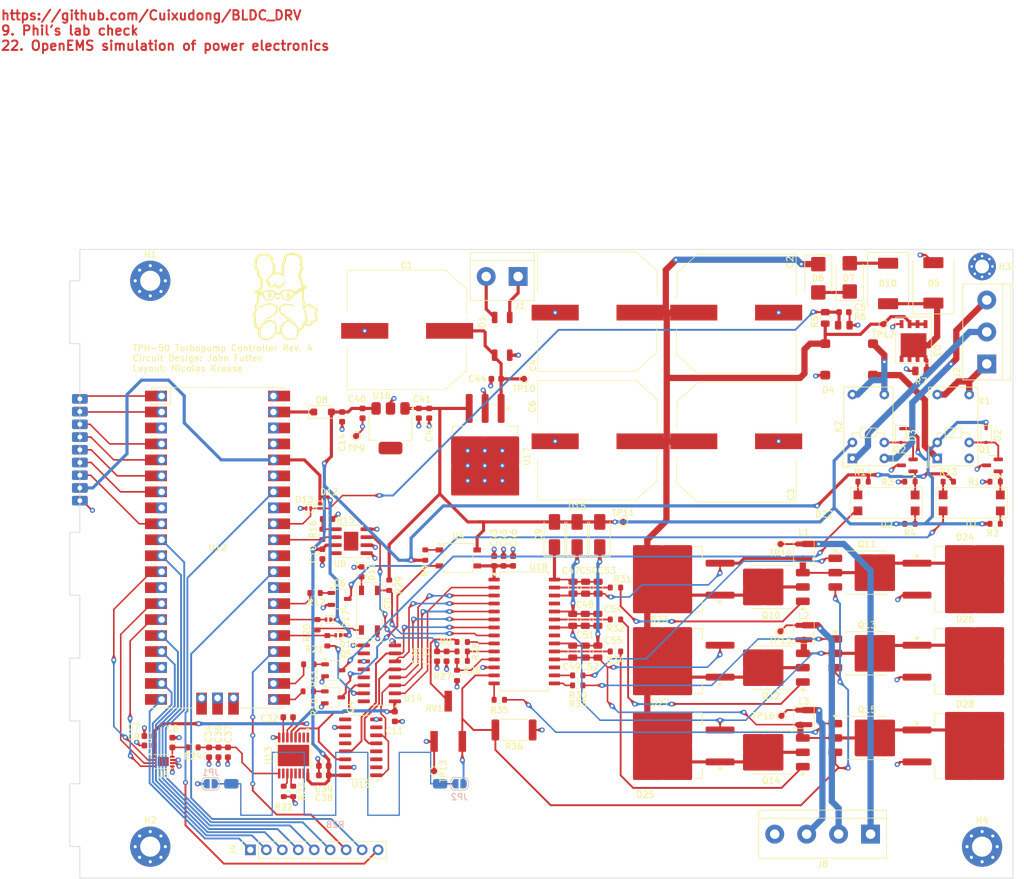
<source format=kicad_pcb>
(kicad_pcb (version 20240108) (generator "pcbnew") (generator_version "8.0")
  (layers (0 "F.Cu" signal) (1 "In1.Cu" power "GND") (2 "In2.Cu" power "GNDb") (31 "B.Cu" signal) (34 "B.Paste" user) (35 "F.Paste" user) (36 "B.SilkS" user "B.Silkscreen") (37 "F.SilkS" user "F.Silkscreen") (38 "B.Mask" user) (39 "F.Mask" user) (44 "Edge.Cuts" user))
  (net 0 "")
  (net 1 "GND")
  (net 2 "/Motor Control Circuitry/LINEAR_REGULATORS")
  (net 3 "/Motor Control Circuitry/POWER_SUPPLY")
  (net 4 "/MCU-Pico/GP27_ADC")
  (net 5 "+5V")
  (net 6 "/MCU-Pico/DAC_Output")
  (net 7 "Net-(U13-C2)")
  (net 8 "Net-(U13-C1)")
  (net 9 "/MCU-Pico/GP26_ADC")
  (net 10 "Net-(U13-VCOin)")
  (net 11 "+3V3")
  (net 12 "/Motor Control Circuitry/IR2130_POWER")
  (net 13 "Net-(Q10-E)")
  (net 14 "Net-(D9-K)")
  (net 15 "Net-(D15-K)")
  (net 16 "Net-(Q12-E)")
  (net 17 "Net-(D22-K)")
  (net 18 "Net-(Q14-E)")
  (net 19 "Net-(#T2-SA)")
  (net 20 "Net-(#T2-SB)")
  (net 21 "+15V")
  (net 22 "Net-(D2-A)")
  (net 23 "Net-(D3-A)")
  (net 24 "Net-(D4-Pad3)")
  (net 25 "Net-(D10-A2)")
  (net 26 "Net-(D6-A2)")
  (net 27 "Net-(D10-A1)")
  (net 28 "Net-(D8-K)")
  (net 29 "Net-(D11-A)")
  (net 30 "/MCU-Pico/GP_19")
  (net 31 "/MCU-Pico/GP_20")
  (net 32 "Net-(#T1-SB)")
  (net 33 "Net-(#T1-SC)")
  (net 34 "Net-(#T1-SA)")
  (net 35 "Net-(J4-Pin_6)")
  (net 36 "Net-(J4-Pin_2)")
  (net 37 "Net-(J4-Pin_1)")
  (net 38 "Net-(J4-Pin_3)")
  (net 39 "Net-(J4-Pin_5)")
  (net 40 "Net-(J4-Pin_4)")
  (net 41 "Net-(J8-Pin_2)")
  (net 42 "Net-(J8-Pin_1)")
  (net 43 "Net-(J8-Pin_3)")
  (net 44 "Net-(Q1-B)")
  (net 45 "Net-(Q2-B)")
  (net 46 "Net-(Q4-B)")
  (net 47 "/MCU-Pico/GP16")
  (net 48 "/MCU-Pico/GP17")
  (net 49 "Net-(Q5-B)")
  (net 50 "Net-(Q6-B)")
  (net 51 "/MCU-Pico/GP21")
  (net 52 "Net-(Q10-G)")
  (net 53 "Net-(Q11-G)")
  (net 54 "Net-(Q12-G)")
  (net 55 "Net-(Q13-G)")
  (net 56 "Net-(Q14-G)")
  (net 57 "Net-(Q15-G)")
  (net 58 "Net-(R2-Pad2)")
  (net 59 "Net-(R4-Pad2)")
  (net 60 "/Motor Control Circuitry/ITRIP")
  (net 61 "Net-(U18-ITRIP)")
  (net 62 "Net-(R9-Pad2)")
  (net 63 "/MCU-Pico/GP_16")
  (net 64 "/MCU-Pico/GP_17")
  (net 65 "/MCU-Pico/GP_21")
  (net 66 "Net-(R13-Pad2)")
  (net 67 "Net-(R14-Pad2)")
  (net 68 "Net-(U6-RG)")
  (net 69 "/MCU-Pico/GP20")
  (net 70 "/MCU-Pico/GP19")
  (net 71 "Net-(U13-R1)")
  (net 72 "Net-(U13-R2)")
  (net 73 "Net-(U18-CAO)")
  (net 74 "Net-(U18--CA)")
  (net 75 "Net-(U18-{slash}FAULT)")
  (net 76 "Net-(U18-LO1)")
  (net 77 "Net-(U18-HO1)")
  (net 78 "Net-(U18-HO2)")
  (net 79 "Net-(U18-LO2)")
  (net 80 "Net-(U18-HO3)")
  (net 81 "Net-(U18-LO3)")
  (net 82 "GP09")
  (net 83 "GP10")
  (net 84 "GP11")
  (net 86 "GP2")
  (net 87 "GP0")
  (net 88 "GP3")
  (net 89 "GP1")
  (net 92 "Net-(D4-Pad4)")
  (net 107 "Net-(U13-FOUT)")
  (net 110 "Net-(U18-{slash}H1)")
  (net 112 "Net-(U18-{slash}H2)")
  (net 114 "Net-(U15-D)")
  (net 116 "Net-(U18-{slash}H3)")
  (net 125 "/MCU-Pico/GP26ADC")
  (net 126 "GP4")
  (net 127 "GP5")
  (net 128 "GP6")
  (net 129 "Net-(U15-~{Q0})")
  (net 130 "Net-(U15-~{Q4})")
  (net 133 "GP28")
  (net 134 "GP18")
  (net 135 "GP22")
  (net 137 "Net-(JP1-A)")
  (net 138 "Net-(JP2-A)")
  (net 139 "Net-(JP2-B)")
  (footprint "Capacitor_SMD:C_0603_1608Metric" (layer "F.Cu") (at 75.85 107.4875 -90)
    (property "Reference" "C34")
    (property "Value" "4.7u")
  )
  (footprint "Package_TO_SOT_SMD:TO-263-2" (layer "F.Cu") (at 196.1 93)
    (property "Reference" "D26")
    (property "Value" "HFA04TB60")
  )
  (footprint "Capacitor_SMD:C_0603_1608Metric" (layer "F.Cu") (at 88.43 101.9125 180)
    (property "Reference" "C32")
    (property "Value" "3.9n")
  )
  (footprint "TpumpLib:EEV-FK2A331M" (layer "F.Cu") (at 159.75 37.55)
    (property "Reference" "C2")
    (property "Value" "330uF 100v")
  )
  (footprint "TpumpLib:D_SMB_Modified" (layer "F.Cu") (at 177.75 32.005 90)
    (property "Reference" "D7")
    (property "Value" "1.5KExxA")
  )
  (footprint "Resistor_SMD:R_0603_1608Metric" (layer "F.Cu") (at 93.11 87.21 -90)
    (property "Reference" "R20")
    (property "Value" "1K")
  )
  (footprint "TpumpLib:RDBF32-13" (layer "F.Cu") (at 177.65 45)
    (property "Reference" "D4")
    (property "Value" "D_Bridge_+-AA")
  )
  (footprint "Package_TO_SOT_SMD:TSOT-23" (layer "F.Cu") (at 96.6 83.1)
    (property "Reference" "Q6")
    (property "Value" "Q_NPN_BEC")
  )
  (footprint "TpumpLib:4-SMD Gullwing" (layer "F.Cu") (at 183.6347 67.6514)
    (property "Reference" "U2")
    (property "Value" "SFH617A-1")
  )
  (footprint "MountingHole:MountingHole_3.2mm_M3_Pad_Via" (layer "F.Cu") (at 198.8 122.5)
    (property "Reference" "H4")
    (property "Value" "MountingHole")
  )
  (footprint "TpumpLib:Castellated_Tpump_Connector" (layer "F.Cu") (at 55.3 67.471 180)
    (property "Reference" "J5" (hide yes))
    (property "Value" "Conn_01x09")
  )
  (footprint "Resistor_SMD:R_0603_1608Metric" (layer "F.Cu") (at 115.2875 95.2625 -90)
    (property "Reference" "R27")
    (property "Value" "1K")
  )
  (footprint "Capacitor_SMD:C_0603_1608Metric" (layer "F.Cu") (at 66.3375 104.9 180)
    (property "Reference" "C7")
    (property "Value" "4.7u")
  )
  (footprint "Diode_SMD:D_SOD-882" (layer "F.Cu") (at 93.49 68.35 -90)
    (property "Reference" "D12")
    (property "Value" "D")
  )
  (footprint "Package_TO_SOT_SMD:SOT-223" (layer "F.Cu") (at 104.71 55.95 -90)
    (property "Reference" "U16")
    (property "Value" "LM7805_TO220")
  )
  (footprint "Resistor_SMD:R_0603_1608Metric" (layer "F.Cu") (at 91.625 97.8)
    (property "Reference" "R10")
    (property "Value" "2.2k")
  )
  (footprint "Relay_THT:Relay_SPDT_HsinDa_Y14" (layer "F.Cu") (at 178.17 60.75 90)
    (property "Reference" "K2")
    (property "Value" "J1031C12VDC.15S")
  )
  (footprint "MountingHole:MountingHole_2.2mm_M2_Pad_Via" (layer "F.Cu") (at 198.8 30.22)
    (property "Reference" "H3")
    (property "Value" "MountingHole")
  )
  (footprint "Capacitor_SMD:C_0603_1608Metric" (layer "F.Cu") (at 109.21 53.575 -90)
    (property "Reference" "C41")
    (property "Value" "4.7u")
  )
  (footprint "TpumpLib:3361P-1-200GLF" (layer "F.Cu") (at 113.87 104.72125)
    (property "Reference" "RV1")
    (property "Value" "20")
  )
  (footprint "TpumpLib:D_SMC_Modified" (layer "F.Cu") (at 183.85 32.9 -90)
    (property "Reference" "D10")
    (property "Value" "1.5KExxA")
  )
  (footprint "TestPoint:TestPoint_Pad_D1.0mm" (layer "F.Cu") (at 125.95 48.1 180)
    (property "Reference" "TP10")
    (property "Value" "TestPoint")
  )
  (footprint "Package_SO:SOIC-8-1EP_3.9x4.9mm_P1.27mm_EP2.29x3mm" (layer "F.Cu") (at 98.44 73.915 180)
    (property "Reference" "U6")
    (property "Value" "INA146")
  )
  (footprint "TpumpLib:D_SMB_Modified" (layer "F.Cu") (at 172.75 32.05 -90)
    (property "Reference" "D6")
    (property "Value" "1.5KExxA")
  )
  (footprint "Capacitor_SMD:C_0805_2012Metric" (layer "F.Cu") (at 135.6875 91.475 -90)
    (property "Reference" "C52")
    (property "Value" "4.7u")
  )
  (footprint "Resistor_SMD:R_0805_2012Metric" (layer "F.Cu") (at 176.81 39.5675)
    (property "Reference" "R6")
    (property "Value" "5K")
  )
  (footprint "Package_TO_SOT_SMD:TO-252-3_TabPin2" (layer "F.Cu") (at 180.49 78.916875)
    (property "Reference" "Q11")
    (property "Value" "IRG4PF50W")
  )
  (footprint "Package_SO:SOIC-16_3.9x9.9mm_P1.27mm" (layer "F.Cu") (at 99.975 106.7 180)
    (property "Reference" "U15")
    (property "Value" "4018")
  )
  (footprint "Diode_SMD:D_SOD-123F" (layer "F.Cu") (at 93.91 53.365)
    (property "Reference" "D8")
    (property "Value" "D_Schottky")
  )
  (footprint "Resistor_SMD:R_0603_1608Metric" (layer "F.Cu") (at 116.1125 89.95 180)
    (property "Reference" "R8")
    (property "Value" "1K")
  )
  (footprint "Resistor_SMD:R_0603_1608Metric" (layer "F.Cu") (at 187.3247 71.1514)
    (property "Reference" "R4")
    (property "Value" "8K")
  )
  (footprint "Resistor_SMD:R_0603_1608Metric" (layer "F.Cu") (at 91.72 93.5)
    (property "Reference" "R11")
    (property "Value" "2.2k")
  )
  (footprint "Capacitor_SMD:C_0603_1608Metric" (layer "F.Cu") (at 122.6875 77.065 90)
    (property "Reference" "C45")
    (property "Value" "4.7u")
  )
  (footprint "Package_SO:SOIC-16_3.9x9.9mm_P1.27mm" (layer "F.Cu") (at 102.935 94.935 180)
    (property "Reference" "U14")
    (property "Value" "4049")
  )
  (footprint "Capacitor_SMD:C_0805_2012Metric" (layer "F.Cu") (at 135.6875 86.425 -90)
    (property "Reference" "C51")
    (property "Value" "4.7u")
  )
  (footprint "TestPoint:TestPoint_Pad_D1.0mm" (layer "F.Cu") (at 166.75 74.375 180)
    (property "Reference" "TP14")
    (property "Value" "TestPoint")
  )
  (footprint "Capacitor_SMD:C_0603_1608Metric" (layer "F.Cu") (at 78.85 107.4875 -90)
    (property "Reference" "C37")
    (property "Value" "4.7u")
  )
  (footprint "TpumpLib:EEV-FK2A331M" (layer "F.Cu") (at 137.59 58.035 180)
    (property "Reference" "C6")
    (property "Value" "330uF 100v")
  )
  (footprint "TpumpLib:KMB25S" (layer "F.Cu") (at 122.47 41.33 90)
    (property "Reference" "D1")
    (property "Value" "D_Bridge_+-AA")
  )
  (footprint "Resistor_SMD:R_0603_1608Metric" (layer "F.Cu") (at 134.4875 95.26 180)
    (property "Reference" "R30")
    (property "Value" "33")
  )
  (footprint "TerminalBlock:TerminalBlock_bornier-3_P5.08mm" (layer "F.Cu") (at 199.54 45.72 90)
    (property "Reference" "J2")
    (property "Value" "Conn_01x03")
  )
  (footprint "Diode_SMD:D_SOD-882" (layer "F.Cu") (at 94.81 86.385 180)
    (property "Reference" "D17")
    (property "Value" "D")
  )
  (footprint "Diode_SMD:D_SOD-882" (layer "F.Cu") (at 91.65 68.7 180)
    (property "Reference" "D13")
    (property "Value" "D")
  )
  (footprint "Resistor_SMD:R_0603_1608Metric" (layer "F.Cu") (at 187.3247 64.4514 180)
    (property "Reference" "R3")
    (property "Value" "100K")
  )
  (footprint "MountingHole:MountingHole_3.2mm_M3_Pad_Via" (layer "F.Cu") (at 66.5 32.5)
    (property "Reference" "H1")
    (property "Value" "MountingHole")
  )
  (footprint "Resistor_SMD:R_0603_1608Metric" (layer "F.Cu") (at 93.87 72.835 90)
    (property "Reference" "R16")
    (property "Value" "20K")
  )
  (footprint "Package_SO:HTSSOP-16-1EP_4.4x5mm_P0.65mm_EP3.4x5mm_Mask2.46x2.31mm" (layer "F.Cu") (at 89.28 108 -90)
    (property "Reference" "U13")
    (property "Value" "4046")
  )
  (footprint "LED_SMD:LED_0603_1608Metric" (layer "F.Cu") (at 100.1 78.8 -90)
    (property "Reference" "D11")
    (property "Value" "LED")
  )
  (footprint "Capacitor_SMD:C_0603_1608Metric" (layer "F.Cu") (at 113.6225 92.225 -90)
    (property "Reference" "C33")
    (property "Value" "4.7u")
  )
  (footprint "Connector_PinSocket_2.54mm:PinSocket_1x09_P2.54mm_Vertical" (layer "F.Cu") (at 82.42 123 90)
    (property "Reference" "J4")
    (property "Value" "Conn_01x09")
  )
  (footprint "Capacitor_SMD:C_0805_2012Metric" (layer "F.Cu") (at 137.6875 91.475 -90)
    (property "Reference" "C55")
    (property "Value" "4.7u")
  )
  (footprint "Package_TO_SOT_SMD:TO-263-2" (layer "F.Cu") (at 196.1 79.956875)
    (property "Reference" "D24")
    (property "Value" "HFA04TB60")
  )
  (footprint "Package_SO:SO-4_4.4x4.3mm_P2.54mm" (layer "F.Cu") (at 115.4875 76.575)
    (property "Reference" "U4")
    (property "Value" "G3VM-61VY3")
  )
  (footprint "TpumpLib:D_SMC_Modified" (layer "F.Cu") (at 191.05 32.855 90)
    (property "Reference" "D5")
    (property "Value" "1.5KExxA")
  )
  (footprint "Diode_SMD:D_SMA" (layer "F.Cu") (at 134.3875 72.85 90)
    (property "Reference" "D15")
    (property "Value" "D")
  )
  (footprint "Package_TO_SOT_SMD:TO-263-2" (layer "F.Cu") (at 149.475 93 180)
    (property "Reference" "D27")
    (property "Value" "HFA04TB60")
  )
  (footprint "Capacitor_SMD:C_0805_2012Metric" (layer "F.Cu") (at 135.7375 81.315 -90)
    (property "Reference" "C50")
    (property "Value" "4.7u")
  )
  (footprint "Capacitor_SMD:C_0603_1608Metric" (layer "F.Cu") (at 77.35 107.4875 -90)
    (property "Reference" "C36")
    (property "Value" "4.7u")
  )
  (footprint "Resistor_SMD:R_2512_6332Metric" (layer "F.Cu") (at 124.3525 103.94 180)
    (property "Reference" "R36")
    (property "Value" "Sense")
  )
  (footprint "Capacitor_SMD:C_0805_2012Metric" (layer "F.Cu") (at 133.7375 81.315 -90)
    (property "Reference" "C47")
    (property "Value" "4.7u")
  )
  (footprint "Diode_SMD:D_SOD-323F" (layer "F.Cu") (at 199.4347 57.11 -90)
    (property "Reference" "D2")
    (property "Value" "D")
  )
  (footprint "Resistor_SMD:R_0603_1608Metric" (layer "F.Cu") (at 116.1125 92.9625)
    (property "Reference" "R26")
    (property "Value" "9.1K")
  )
  (footprint "Package_TO_SOT_SMD:TO-263-2" (layer "F.Cu") (at 149.475 106.479375 180)
    (property "Reference" "D25")
    (property "Value" "HFA04TB60")
  )
  (footprint "Package_SO:SOIC-28W_7.5x18.7mm_P1.27mm" (layer "F.Cu") (at 125.9875 88.275)
    (property "Reference" "U18")
    (property "Value" "IR2130")
  )
  (footprint "Resistor_SMD:R_0603_1608Metric" (layer "F.Cu") (at 73.285 106.7125 180)
    (property "Reference" "R24")
    (property "Value" "470K")
  )
  (footprint "TpumpLib:EEV-FK2A331M" (layer "F.Cu") (at 159.75 58.015)
    (property "Reference" "C3")
    (property "Value" "330uF 100v")
  )
  (footprint "Capacitor_SMD:C_0805_2012Metric" (layer "F.Cu") (at 137.7375 81.315 -90)
    (property "Reference" "C53")
    (property "Value" "4.7u")
  )
  (footprint "Capacitor_SMD:C_0603_1608Metric" (layer "F.Cu") (at 66.3375 106.4 180)
    (property "Reference" "C9")
    (property "Value" "4.7u")
  )
  (footprint "TestPoint:TestPoint_Pad_D1.0mm" (layer "F.Cu") (at 166.875 101.7 180)
    (property "Reference" "TP16")
    (property "Value" "TestPoint")
  )
  (footprint "Package_TO_SOT_SMD:TO-252-3_TabPin2" (layer "F.Cu") (at 165.2475 94.03 180)
    (property "Reference" "Q12")
    (property "Value" "IRG4PF50W")
  )
  (footprint "Package_TO_SOT_SMD:TO-252-3_TabPin2" (layer "F.Cu") (at 180.49 91.75)
    (property "Reference" "Q13")
    (property "Value" "IRG4PF50W")
  )
  (footprint "Resistor_SMD:R_0805_2012Metric" (layer "F.Cu") (at 189.1 46.84 180)
    (property "Reference" "R7")
    (property "Value" "10K")
  )
  (footprint "TestPoint:TestPoint_Pad_D1.0mm" (layer "F.Cu") (at 99.225 57.2 180)
    (property "Reference" "TP9")
    (property "Value" "TestPoint")
  )
  (footprint "Capacitor_SMD:C_0603_1608Metric" (layer "F.Cu") (at 124.1975 77.065 90)
    (property "Reference" "C46")
    (property "Value" "4.7u")
  )
  (footprint "Diode_SMD:D_SOD-323F" (layer "F.Cu") (at 185.8847 57.11 -90)
    (property "Reference" "D3")
    (property "Value" "D")
  )
  (footprint "Resistor_SMD:R_0603_1608Metric" (layer "F.Cu") (at 140.4875 86.37 180)
    (property "Reference" "R32")
    (property "Value" "33")
  )
  (footprint "Capacitor_SMD:C_0603_1608Metric" (layer "F.Cu") (at 121.525 48.1 180)
    (property "Reference" "C44")
    (property "Value" "4.7u")
  )
  (footprint "Package_TO_SOT_SMD:TO-263-2" (layer "F.Cu") (at 196.1 106.479375)
    (property "Reference" "D28")
    (property "Value" "HFA04TB60")
  )
  (footprint "Package_TO_SOT_SMD:TO-252-3_TabPin2" (layer "F.Cu") (at 165.2475 107.491875 180)
    (property "Reference" "Q14")
    (property "Value" "IRG4PF50W")
  )
  (footprint "Package_DFN_QFN:DFN-8-1EP_3x2mm_P0.5mm_EP1.75x1.45mm" (layer "F.Cu") (at 68.5625 108.9625)
    (property "Reference" "U5")
    (property "Value" "MCP4801")
  )
  (footprint "TpumpLib:PA4334.392NLT" (layer "F.Cu") (at 170.45 75.509375 180)
    (property "Reference" "L1")
    (property "Value" "3.9 uH")
  )
  (footprint "Capacitor_SMD:C_0805_2012Metric" (layer "F.Cu") (at 133.6875 86.425 -90)
    (property "Reference" "C48")
    (property "Value" "4.7u")
  )
  (footprint "Capacitor_SMD:C_0603_1608Metric" (layer "F.Cu") (at 100.26 53.575 -90)
    (property "Reference" "C40")
    (property "Value" "4.7u")
  )
  (footprint "TestPoint:TestPoint_Pad_D1.0mm" (layer "F.Cu") (at 183.1 39.4 180)
    (property "Reference" "TP12")
    (property "Value" "TestPoint")
  )
  (footprint "Package_TO_SOT_SMD:SOT-23" (layer "F.Cu") (at 186.8847 61.8514 180)
    (property "Reference" "Q2")
    (property "Value" "Q_NPN_BCE")
  )
  (footprint "Package_TO_SOT_SMD:SOT-23" (layer "F.Cu") (at 200.4347 61.8514 180)
    (property "Reference" "Q1")
    (property "Value" "Q_NPN_BCE")
  )
  (footprint "Resistor_SMD:R_0603_1608Metric" (layer "F.Cu") (at 89.23 113.7125 -90)
    (property "Reference" "R23")
    (property "Value" "1M")
  )
  (footprint "Package_TO_SOT_SMD:TO-263-2" (layer "F.Cu") (at 149.475 79.956875 180)
    (property "Reference" "D23")
    (property "Value" "HFA04TB60")
  )
  (footprint "Capacitor_SMD:C_0603_1608Metric" (layer "F.Cu") (at 70.0125 105.9375 90)
    (property "Reference" "C8")
    (property "Value" "1u")
  )
  (footprint "Capacitor_SMD:C_0603_1608Metric" (layer "F.Cu") (at 105.4 101.8 -90)
    (property "Reference" "C11")
    (property "Value" "0.1u")
  )
  (footprint "Resistor_SMD:R_0603_1608Metric" (layer "F.Cu") (at 179.8747 64.4514 180)
    (property "Reference" "R14")
    (property "Value" "110")
  )
  (footprint "Capacitor_SMD:C_0603_1608Metric" (layer "F.Cu") (at 112.1125 92.225 -90)
    (property "Reference" "C35")
    (property "Value" "4.7u")
  )
  (footprint "Resistor_SMD:R_0603_1608Metric" (layer "F.Cu") (at 140.4875 81.29 180)
    (property "Reference" "R31")
    (property "Value" "33")
  )
  (footprint "Resistor_SMD:R_0603_1608Metric" (layer "F.Cu") (at 134.4875 96.85 180)
    (property "Reference" "R33")
    (property "Value" "33")
  )
  (footprint "Resistor_SMD:R_0603_1608Metric" (layer "F.Cu") (at 104.5 80.92 90)
    (property "Reference" "R29")
    (property "Value" "2.2K")
  )
  (footprint "Capacitor_SMD:C_0603_1608Metric" (layer "F.Cu") (at 110.86 53.575 -90)
    (property "Reference" "C42")
    (property "Value" "4.7u")
  )
  (footprint "Resistor_SMD:R_0603_1608Metric" (layer "F.Cu") (at 110.2375 76.125 90)
    (property "Reference" "R9")
    (property "Value" "200")
  )
  (footprint "Diode_SMD:D_SMA" (layer "F.Cu") (at 130.7875 72.85 90)
    (property "Reference" "D9")
    (property "Value" "D")
  )
  (footprint "TpumpLib:EEV-FK2A331M" (layer "F.Cu") (at 137.59 37.57 180)
    (property "Reference" "C4")
    (property "Value" "330uF 100v")
  )
  (footprint "Capacitor_SMD:C_0603_1608Metric" (layer "F.Cu") (at 94.1 109.65 180)
    (property "Reference" "C39")
    (property "Value" "4.7u")
  )
  (footprint "TpumpLib:EEV-FK2A331M" (layer "F.Cu") (at 107.3 40.475 180)
    (property "Reference" "C1")
    (property "Value" "330uF 100v")
  )
  (footprint "Capacitor_SMD:C_0603_1608Metric" (layer "F.Cu") (at 97.01 54.14 -90)
    (property "Reference" "C14")
    (property "Value" "4.7u")
  )
  (footprint "Resistor_SMD:R_0603_1608Metric" (layer "F.Cu") (at 94.66 89.75 -90)
    (property "Reference" "R21")
    (property "Value" "1K")
  )
  (footprint "Resistor_SMD:R_0603_1608Metric" (layer "F.Cu") (at 92.71 82.15)
    (property "Reference" "R12")
    (property "Value" "2.2k")
  )
  (footprint "Capacitor_SMD:C_0805_2012Metric" (layer "F.Cu") (at 133.6875 91.475 -90)
    (property "Reference" "C49")
    (property "Value" "4.7u")
  )
  (footprint "Package_TO_SOT_SMD:TO-263-3_TabPin2" (layer "F.Cu") (at 119.76 60.45 -90)
    (property "Reference" "U17")
    (property "Value" "LM7815_TO220")
  )
  (footprint "Package_TO_SOT_SMD:TSOT-23" (layer "F.Cu") (at 95.61 94.45)
    (property "Reference" "Q5")
    (property "Value" "Q_NPN_BEC")
  )
  (footprint "MCU_RaspberryPi_and_Boards:RPi_Pico_SMD_TH" (layer "F.Cu") (at 77.2 74.955)
    (property "Reference" "U12")
    (property "Value" "Pico")
  )
  (footprint "Resistor_SMD:R_0603_1608Metric" (layer "F.Cu") (at 200.8747 64.4514 180)
    (property "Reference" "R1")
    (property "Value" "100K")
  )
  (footprint "Package_TO_SOT_SMD:TO-252-3_TabPin2" (layer "F.Cu") (at 165.2475 81.196875 180)
    (property "Reference" "Q10")
    (property "Value" "IRG4PF50W")
  )
  (footprint "Capacitor_SMD:C_0805_2012Metric" (layer "F.Cu") (at 137.6875 86.425 -90)
    (property "Reference" "C54")
    (property "Value" "4.7u")
  )
  (footprint "Diode_SMD:D_SOD-882" (layer "F.Cu") (at 96.36 88.885 180)
    (property "Reference" "D14")
    (property "Value" "D")
  )
  (footprint "TerminalBlock:TerminalBlock_bornier-4_P5.08mm" (layer "F.Cu") (at 181.06 120.51 180)
    (property "Reference" "J8")
    (property "Value" "Conn_01x04")
  )
  (footprint "Resistor_SMD:R_0603_1608Metric" (layer "F.Cu") (at 140.4875 91.45 180)
    (property "Reference" "R34")
    (property "Value" "33")
  )
  (footprint "Capacitor_SMD:C_0603_1608Metric" (layer "F.Cu") (at 93.87 75.965 -90)
    (property "Reference" "C10")
    (property "Value" "0.1u")
  )
  (footprint "TpumpLib:PA4334.392NLT" (layer "F.Cu") (at 170.45 101.941875 180)
    (property "Reference" "L3")
    (property "Value" "3.9 uH")
  )
  (footprint "Resistor_SMD:R_0603_1608Metric" (layer "F.Cu") (at 200.8747 71.1514)
    (property "Reference" "R2")
    (property "Value" "8K")
  )
  (footprint "TestPoint:TestPoint_Pad_D1.0mm" (layer "F.Cu") (at 166.725 88.25 180)
    (property "Reference" "TP15")
    (property "Value" "TestPoint")
  )
  (footprint "TerminalBlock:TerminalBlock_bornier-2_P5.08mm" (layer "F.Cu") (at 125.01 31.82 180)
    (property "Reference" "J1")
    (property "Value" "Conn_01x02")
  )
  (footprint "Resistor_SMD:R_0603_1608Metric" (layer "F.Cu") (at 122.0125 99.14 180)
    (property "Reference" "R35")
    (property "Value" "33")
  )
  (footprint "TpumpLib:PA4334.392NLT" (layer "F.Cu") (at 170.45 88.44375 180)
    (property "Reference" "L2")
    (property "Value" "3.9 uH")
  )
  (footprint "LOGO" (layer "F.Cu") (at 87.472148 35.08149)
    (property "Reference" "G***" (hide yes))
    (property "Value" "LOGO" (hide yes))
  )
  (footprint "Package_TO_SOT_SMD:TO-252-3_TabPin2" (layer "F.Cu") (at 180.49 105.211875)
    (property "Reference" "Q15")
    (property "Value" "IRG4PF50W")
  )
  (footprint "MountingHole:MountingHole_3.2mm_M3_Pad_Via" (layer "F.Cu") (at 66.5 122.5)
    (property "Reference" "H2")
    (property "Value" "MountingHole")
  )
  (footprint "TpumpLib:PC367NJ0000F" (layer "F.Cu") (at 101.5 84.9 -90)
    (property "Reference" "U3")
    (property "Value" "PC367N2J")
  )
  (footprint "Capacitor_SMD:C_0603_1608Metric" (layer "F.Cu") (at 176.825 37.4875)
    (property "Reference" "C5")
    (property "Value" "0.1u")
  )
  (footprint "TestPoint:TestPoint_Pad_D1.0mm" (layer "F.Cu") (at 111.65 110.485 -90)
    (property "Reference" "TP13")
    (property "Value" "TestPoint")
  )
  (footprint "Resistor_SMD:R_0603_1608Metric" (layer "F.Cu") (at 94.695 70.39 180)
    (property "Reference" "R15")
    (property "Value" "20K")
  )
  (footprint "Capacitor_SMD:C_0603_1608Metric" (layer "F.Cu") (at 94.1 111.15)
    (property "Reference" "C38")
    (property "Value" "4.7u")
  )
  (footprint "TpumpLib:DMTH10H003SPSW-13" (layer "F.Cu") (at 187.835 42.1375 180)
    (property "Reference" "Q3")
    (property "Value" "Q_NMOS_DSG")
  )
  (footprint "Relay_THT:Relay_SPDT_HsinDa_Y14" (layer "F.Cu") (at 191.67 60.75 90)
    (property "Reference" "K1")
    (property "Value" "J1031C12VDC.15S")
  )
  (footprint "Capacitor_SMD:C_0603_1608Metric" (layer "F.Cu") (at 121.1875 77.065 90)
    (property "Reference" "C43")
    (property "Value" "4.7u")
  )
  (footprint "Resistor_SMD:R_0603_1608Metric" (layer "F.Cu") (at 116.1125 91.45 180)
    (property "Reference" "R25")
    (property "Value" "10K")
  )
  (footprint "Resistor_SMD:R_0603_1608Metric" (layer "F.Cu") (at 87.73 113.7125 -90)
    (property "Reference" "R22")
    (property "Value" "22K")
  )
  (footprint "TestPoint:TestPoint_Pad_D1.0mm" (layer "F.Cu") (at 141.725 70.85)
    (property "Reference" "TP11")
    (property "Value" "TestPoint")
  )
  (footprint "Package_TO_SOT_SMD:TSOT-23" (layer "F.Cu") (at 95.5675 98.75)
    (property "Reference" "Q4")
    (property "Value" "Q_NPN_BEC")
  )
  (footprint "Diode_SMD:D_SMA" (layer "F.Cu") (at 137.9875 72.85 90)
    (property "Reference" "D22")
    (property "Value" "D")
  )
  (footprint "Resistor_SMD:R_0603_1608Metric" (layer "F.Cu") (at 193.4247 64.4514 180)
    (property "Reference" "R13")
    (property "Value" "110")
  )
  (footprint "TpumpLib:4-SMD Gullwing" (layer "F.Cu") (at 197.1847 67.6514)
    (property "Reference" "U1")
    (property "Value" "SFH617A-1")
  )
  (footprint "Resistor_SMD:R_0805_2012Metric" (layer "F.Cu") (at 173.85 38.4 90)
    (property "Reference" "R5")
    (property "Value" "150K")
  )
  (footprint "Jumper:SolderJumper-2_P1.3mm_Open_RoundedPad1.0x1.5mm" (layer "B.Cu") (at 76.1 112.5 180)
    (property "Reference" "JP1")
    (property "Value" "SolderJumper_2_Bridged")
  )
  (footprint "TpumpLib:Shunt_Res" (layer "B.Cu") (at 96 112.5)
    (property "Reference" "R28")
    (property "Value" "Sense")
  )
  (footprint "Jumper:SolderJumper-2_P1.3mm_Open_RoundedPad1.0x1.5mm" (layer "B.Cu") (at 115.675 112.5)
    (property "Reference" "JP2")
    (property "Value" "SolderJumper_2_Bridged")
  )
  (gr_poly (pts (xy 55.3 27.50198) (xy 55.3 32.50198) (xy 53.7 32.50198) (xy 53.7 42.50198) (xy 55.3 42.50198) (xy 55.3 52.50198) (xy 55.3 62.50198) (xy 55.3 72.50198) (xy 53.7 72.50198) (xy 53.7 82.50198) (xy 55.3 82.50198) (xy 55.3 92.50198) (xy 53.7 92.50198) (xy 53.7 102.50198) (xy 55.3 102.50198) (xy 55.3 112.50198) (xy 53.7 112.50198) (xy 53.7 122.50198) (xy 55.3 122.50198) (xy 55.3 127.50198) (xy 203.7 127.50198) (xy 203.7 27.50198)) (stroke (width 0.1)) (fill none) (layer "Edge.Cuts"))
  (gr_text "\nhttps://github.com/Cuixudong/BLDC_DRV\n9. Phil's lab check \n22. OpenEMS simulation of power electronics\n\n" (at 42.6 -1.6 0) (layer "F.Cu") (effects (font (size 1.5 1.5) (thickness 0.3) (bold yes)) (justify left bottom)))
  (gr_text "TPH-50 Turbopump Controller Rev. 4\nCircuit Design: John Futter\nLayout: Nicolas Krause" (at 63.6 47 0) (layer "F.SilkS") (effects (font (size 1 1)) (justify left bottom)))
  (segment (start 57.3 69) (end 57.229 69) (width 0.3) (layer "F.Cu") (net 1))
  (segment (start 167.26 38.2) (end 166.44 38.2) (width 0.3) (layer "F.Cu") (net 1))
  (segment (start 78.85 108.2625) (end 78.85 109.35) (width 0.3) (layer "F.Cu") (net 1))
  (segment (start 95.815 103.525) (end 95.81 103.53) (width 0.3) (layer "F.Cu") (net 1))
  (segment (start 93.71 100.2475) (end 93.71 100.275) (width 0.3) (layer "F.Cu") (net 1))
  (segment (start 119.39 93.99) (end 119.38 94) (width 0.3) (layer "F.Cu") (net 1))
  (segment (start 122.6875 75.2125) (end 122.7 75.2) (width 0.3) (layer "F.Cu") (net 1))
  (segment (start 93.8 95.9) (end 93.8 96.3) (width 0.3) (layer "F.Cu") (net 1))
  (segment (start 185.1486 61.8514) (end 184.35 62.65) (width 0.3) (layer "F.Cu") (net 1))
  (segment (start 185.4986 64.4514) (end 185.46 64.49) (width 0.3) (layer "F.Cu") (net 1))
  (segment (start 86.0325 105.1375) (end 86.03 105.14) (width 0.3) (layer "F.Cu") (net 1))
  (segment (start 111.65 105.75) (end 111.65 110.485) (width 0.3) (layer "F.Cu") (net 1))
  (segment (start 115.2875 96.0875) (end 115.2875 97.0925) (width 0.3) (layer "F.Cu") (net 1))
  (segment (start 101.55 75.82) (end 102.24 76.51) (width 0.3) (layer "F.Cu") (net 1))
  (segment (start 105.355303 89.735303) (end 104.934997 89.735303) (width 0.3) (layer "F.Cu") (net 1))
  (segment (start 200.0497 64.4514) (end 198.8786 64.4514) (width 0.3) (layer "F.Cu") (net 1))
  (segment (start 90.15 102.95) (end 91.39 102.95) (width 0.3) (layer "F.Cu") (net 1))
  (segment (start 77.35 109.35) (end 77.3 109.4) (width 0.3) (layer "F.Cu") (net 1))
  (segment (start 110.86 55.56) (end 110.86 54.35) (width 0.3) (layer "F.Cu") (net 1))
  (segment (start 121.2 75.2) (end 121.1875 75.2125) (width 0.3) (layer "F.Cu") (net 1))
  (segment (start 188.45 109.019375) (end 185.710625 109.019375) (width 0.3) (layer "F.Cu") (net 1))
  (segment (start 64.3 105.9) (end 64.325153 105.874847) (width 0.25) (layer "F.Cu") (net 1))
  (segment (start 185.03 39.39) (end 184.57 39.85) (width 0.3) (layer "F.Cu") (net 1))
  (segment (start 65.5625 104.9) (end 65.5625 103.6075) (width 0.3) (layer "F.Cu") (net 1))
  (segment (start 94.45 84.05) (end 93.99 84.51) (width 0.3) (layer "F.Cu") (net 1))
  (segment (start 110.9 55.6) (end 110.86 55.56) (width 0.3) (layer "F.Cu") (net 1))
  (segment (start 70 110.7) (end 70.0125 110.6875) (width 0.3) (layer "F.Cu") (net 1))
  (segment (start 111.64 105.76125) (end 110.39125 105.76125) (width 0.3) (layer "F.Cu") (net 1))
  (segment (start 77.35 108.2625) (end 77.35 109.35) (width 0.3) (layer "F.Cu") (net 1))
  (segment (start 102.625 89.355) (end 102.62 89.36) (width 0.3) (layer "F.Cu") (net 1))
  (segment (start 172.46 47.5) (end 172.31 47.65) (width 0.3) (layer "F.Cu") (net 1))
  (segment (start 104.71 51.77) (end 105.26 51.22) (width 0.3) (layer "F.Cu") (net 1))
  (segment (start 105.4 89.78) (end 105.355303 89.735303) (width 0.3) (layer "F.Cu") (net 1))
  (segment (start 70.0125 109.2125) (end 70.6125 109.2125) (width 0.3) (layer "F.Cu") (net 1))
  (segment (start 185.710625 109.019375) (end 185.3 109.43) (width 0.3) (layer "F.Cu") (net 1))
  (segment (start 124.1975 76.29) (end 124.1975 75.2025) (width 0.3) (layer "F.Cu") (net 1))
  (segment (start 120.75 49.1) (end 120.64 49.21) (width 0.3) (layer "F.Cu") (net 1))
  (segment (start 94.2575 99.7) (end 93.71 100.2475) (width 0.3) (layer "F.Cu") (net 1))
  (segment (start 185.9472 61.8514) (end 185.1486 61.8514) (width 0.3) (layer "F.Cu") (net 1))
  (segment (start 98.905 109.875) (end 98.91 109.88) (width 0.3) (layer "F.Cu") (net 1))
  (segment (start 70.0125 108.7125) (end 70.9575 108.7125) (width 0.3) (layer "F.Cu") (net 1))
  (segment (start 121.1875 93.99) (end 119.39 93.99) (width 0.3) (layer "F.Cu") (net 1))
  (segment (start 100.26 56.165) (end 99.225 57.2) (width 0.3) (layer "F.Cu") (net 1))
  (segment (start 93.87 76.74) (end 93.87 77.76) (width 0.3) (layer "F.Cu") (net 1))
  (segment (start 75.85 108.2625) (end 75.85 109.45) (width 0.3) (layer "F.Cu") (net 1))
  (segment (start 186.4997 64.4514) (end 185.4986 64.4514) (width 0.3) (layer "F.Cu") (net 1))
  (segment (start 102.62 89.36) (end 102.68 89.42) (width 0.3) (layer "F.Cu") (net 1))
  (segment (start 98.9375 78.0125) (end 98.88 78.07) (width 0.3) (layer "F.Cu") (net 1))
  (segment (start 105.41 89.79) (end 105.4 89.78) (width 0.3) (layer "F.Cu") (net 1))
  (segment (start 100.46 90.49) (end 98.75 90.49) (width 0.3) (layer "F.Cu") (net 1))
  (segment (start 109.21 54.35) (end 109.21 55.56) (width 0.3) (layer "F.Cu") (net 1))
  (segment (start 93.325 108.685) (end 93.13 108.49) (width 0.3) (layer "F.Cu") (net 1))
  (segment (start 71.1075 105.1625) (end 71.11 105.16) (width 0.3) (layer "F.Cu") (net 1))
  (segment (start 105.4 102.575) (end 106.595 102.575) (width 0.3) (layer "F.Cu") (net 1))
  (segment (start 102.625 88.045) (end 102.625 89.355) (width 0.3) (layer "F.Cu") (net 1))
  (segment (start 93.325 109.65) (end 93.325 108.685) (width 0.3) (layer "F.Cu") (net 1))
  (segment (start 87.005 105.1375) (end 86.0325 105.1375) (width 0.3) (layer "F.Cu") (net 1))
  (segment (start 89.35 103.75) (end 90.15 102.95) (width 0.3) (layer "F.Cu") (net 1))
  (segment (start 112.1125 93) (end 112.1125 94.1375) (width 0.3) (layer "F.Cu") (net 1))
  (segment (start 70.0125 105.1625) (end 71.1075 105.1625) (width 0.3) (layer "F.Cu") (net 1))
  (segment (start 91.3 68.7) (end 90.36 68.7) (width 0.3) (layer "F.Cu") (net 1))
  (segment (start 100.915 72.01) (end 102.56 72.01) (width 0.3) (layer "F.Cu") (net 1))
  (segment (start 173.85 47.5) (end 172.46 47.5) (width 0.3) (layer "F.Cu") (net 1))
  (segment (start 89.23 115.29) (end 89.57 115.63) (width 0.3) (layer "F.Cu") (net 1))
  (segment (start 124.1975 75.2025) (end 124.2 75.2) (width 0.3) (layer "F.Cu") (net 1))
  (segment (start 198.8786 64.4514) (end 198.85 64.48) (width 0.3) (layer "F.Cu") (net 1))
  (segment (start 123.67 44.33) (end 125.06 44.33) (width 0.5) (layer "F.Cu") (net 1))
  (segment (start 78.85 109.35) (end 78.8 109.4) (width 0.3) (layer "F.Cu") (net 1))
  (segment (start 188.1875 46.84) (end 187.07 46.84) (width 0.3) (layer "F.Cu") (net 1))
  (segment (start 88.955 104.145) (end 89.35 103.75) (width 0.3) (layer "F.Cu") (net 1))
  (segment (start 184.35 62.65) (end 184.35 62.62) (width 0.3) (layer "F.Cu") (net 1))
  (segment (start 65.5625 103.6075) (end 65.57 103.6) (width 0.3) (layer "F.Cu") (net 1))
  (segment (start 101.95 74.55) (end 102.3 74.9) (width 0.3) (layer "F.Cu") (net 1))
  (segment (start 119.76 52.8) (end 119.76 50.19) (width 0.3) (layer "F.Cu") (net 1))
  (segment (start 100.1 78.0125) (end 98.9375 78.0125) (width 0.3) (layer "F.Cu") (net 1))
  (segment (start 97.01 54.915) (end 97.01 56.14) (width 0.3) (layer "F.Cu") (net 1))
  (segment (start 167.73 37.73) (end 167.26 38.2) (width 0.3) (layer "F.Cu") (net 1))
  (segment (start 102.24 76.51) (end 102.24 76.63) (width 0.3) (layer "F.Cu") (net 1))
  (segment (start 89.23 114.5375) (end 89.23 115.29) (width 0.3) (layer "F.Cu") (net 1))
  (segment (start 179.0425 39.5675) (end 179.06 39.55) (width 0.3) (layer "F.Cu") (net 1))
  (segment (start 127.315 103.94) (end 128.83 103.94) (width 0.3) (layer "F.Cu") (net 1))
  (segment (start 191.05 29.61) (end 189.83 28.39) (width 0.3) (layer "F.Cu") (net 1))
  (segment (start 75.85 109.45) (end 75.84 109.46) (width 0.3) (layer "F.Cu") (net 1))
  (segment (start 105.41 90.49) (end 105.41 89.79) (width 0.3) (layer "F.Cu") (net 1))
  (segment (start 65.5625 106.4) (end 64.8 106.4) (width 0.25) (layer "F.Cu") (net 1))
  (segment (start 198.6086 61.8514) (end 197.99 62.47) (width 0.3) (layer "F.Cu") (net 1))
  (segment (start 106.595 102.575) (end 106.61 102.59) (width 0.3) (layer "F.Cu") (net 1))
  (segment (start 87.73 114.5375) (end 89.23 114.5375) (width 0.3) (layer "F.Cu") (net 1))
  (segment (start 110.39125 105.76125) (end 110.39 105.76) (width 0.3) (layer "F.Cu") (net 1))
  (segment (start 95.29 84.05) (end 94.45 84.05) (width 0.3) (layer "F.Cu") (net 1))
  (segment (start 188.45 95.54) (end 185.67 95.54) (width 0.3) (layer "F.Cu") (net 1))
  (segment (start 112.1125 94.1375) (end 112.11 94.14) (width 0.3) (layer "F.Cu") (net 1))
  (segment (start 187.07 46.84) (end 186.74 46.51) (width 0.3) (layer "F.Cu") (net 1))
  (segment (start 199.4972 61.8514) (end 198.6086 61.8514) (width 0.3) (layer "F.Cu") (net 1))
  (segment (start 94.3 95.4) (end 93.8 95.9) (width 0.3) (layer "F.Cu") (net 1))
  (segment (start 64.8 106.4) (end 64.3 105.9) (width 0.25) (layer "F.Cu") (net 1))
  (segment (start 188.45 82.496875) (end 186.103125 82.496875) (width 0.3) (layer "F.Cu") (net 1))
  (segment (start 119.76 50.19) (end 119.45 49.88) (width 0.3) (layer "F.Cu") (net 1))
  (segment (start 113.6225 94.2825) (end 113.63 94.29) (width 0.3) (layer "F.Cu") (net 1))
  (segment (start 185.995 39.39) (end 185.03 39.39) (width 0.3) (layer "F.Cu") (net 1))
  (segment (start 57.229 69) (end 55.7 67.471) (width 0.3) (layer "F.Cu") (net 1))
  (segment (start 115.2875 97.0925) (end 115.28 97.1) (width 0.3) (layer "F.Cu") (net 1))
  (segment (start 70.9575 108.7125) (end 70.96 108.71) (width 0.3) (layer "F.Cu") (net 1))
  (segment (start 97.5 103.525) (end 95.815 103.525) (width 0.3) (layer "F.Cu") (net 1))
  (segment (start 97.5 109.875) (end 98.905 109.875) (width 0.3) (layer "F.Cu") (net 1))
  (segment (start 189.83 28.39) (end 188.93 28.39) (width 0.3) (layer "F.Cu") (net 1))
  (segment (start 177.7225 39.5675) (end 179.0425 39.5675) (width 0.3) (layer "F.Cu") (net 1))
  (segment (start 104.71 52.8) (end 104.71 51.77) (width 0.3) (layer "F.Cu") (net 1))
  (segment (start 120.75 48.1) (end 120.75 49.1) (width 0.3) (layer "F.Cu") (net 1))
  (segment (start 96.31 69.6) (end 95.52 70.39) (width 0.3) (layer "F.Cu") (net 1))
  (segment (start 93.325 109.65) (end 93.325 111.15) (width 0.3) (layer "F.Cu") (net 1))
  (segment (start 166.44 37.56) (end 167.91 37.56) (width 0.3) (layer "F.Cu") (net 1))
  (segment (start 177.7225 39.5675) (end 177.7225 37.61) (width 0.3) (layer "F.Cu") (net 1))
  (segment (start 186.103125 82.496875) (end 185.38 83.22) (width 0.3) (layer "F.Cu") (net 1))
  (segment (start 100.915 74.55) (end 101.95 74.55) (width 0.3) (layer "F.Cu") (net 1))
  (segment (start 113.6225 93) (end 113.6225 94.2825) (width 0.3) (layer "F.Cu") (net 1))
  (segment (start 177.7225 37.61) (end 177.6 37.4875) (width 0.3) (layer "F.Cu") (net 1))
  (segment (start 121.1875 75.2125) (end 121.1875 76.29) (width 0.3) (layer "F.Cu") (net 1))
  (segment (start 88.955 105.1375) (end 88.955 104.145) (width 0.3) (layer "F.Cu") (net 1))
  (segment (start 96.4 69.6) (end 96.31 69.6) (width 0.3) (layer "F.Cu") (net 1))
  (segment (start 122.6875 76.29) (end 122.6875 75.2125) (width 0.3) (layer "F.Cu") (net 1))
  (segment (start 100.915 75.82) (end 101.55 75.82) (width 0.3) (layer "F.Cu") (net 1))
  (segment (start 100.26 54.35) (end 100.26 56.165) (width 0.3) (layer "F.Cu") (net 1))
  (segment (start 70.6125 109.2125) (end 71.1 109.7) (width 0.3) (layer "F.Cu") (net 1))
  (segment (start 100.14 54.35) (end 100.09 54.4) (width 0.3) (layer "F.Cu") (net 1))
  (segment (start 185.67 95.54) (end 185.25 95.96) (width 0.3) (layer "F.Cu") (net 1))
  (segment (start 70.0125 109.7125) (end 70.0125 110.6875) (width 0.3) (layer "F.Cu") (net 1))
  (via (at 71.11 105.16) (size 0.8) (drill 0.4) (layers "F.Cu" "B.Cu") (net 1))
  (via (at 93.8 96.3) (size 0.8) (drill 0.4) (layers "F.Cu" "B.Cu") (net 1))
  (via (at 93.99 84.51) (size 0.8) (drill 0.4) (layers "F.Cu" "B.Cu") (net 1))
  (via (at 75.84 109.4) (size 0.8) (drill 0.4) (layers "F.Cu" "B.Cu") (net 1))
  (via (at 184.57 39.85) (size 0.8) (drill 0.4) (layers "F.Cu" "B.Cu") (net 1))
  (via (at 110.39 105.76) (size 0.8) (drill 0.4) (layers "F.Cu" "B.Cu") (net 1))
  (via (at 128.83 103.94) (size 0.8) (drill 0.4) (layers "F.Cu" "B.Cu") (net 1))
  (via (at 116.985 64.3) (size 0.8) (drill 0.4) (layers "F.Cu" "B.Cu") (net 1))
  (via (at 57.3 69) (size 0.8) (drill 0.4) (layers "F.Cu" "B.Cu") (net 1))
  (via (at 70.0125 110.6875) (size 0.8) (drill 0.4) (layers "F.Cu" "B.Cu") (net 1))
  (via (at 185.46 64.49) (size 0.8) (drill 0.4) (layers "F.Cu" "B.Cu") (net 1))
  (via (at 130.9 58.025) (size 0.8) (drill 0.4) (layers "F.Cu" "B.Cu") (net 1))
  (via (at 115.28 97.1) (size 0.8) (drill 0.4) (layers "F.Cu" "B.Cu") (net 1))
  (via (at 116.985 59.525) (size 0.8) (drill 0.4) (layers "F.Cu" "B.Cu") (net 1))
  (via (at 98.88 78.07) (size 0.8) (drill 0.4) (layers "F.Cu" "B.Cu") (net 1))
  (via (at 120.64 49.21) (size 0.8) (drill 0.4) (layers "F.Cu" "B.Cu") (net 1))
  (via (at 122.5 59.525) (size 0.8) (drill 0.4) (layers "F.Cu" "B.Cu") (net 1))
  (via (at 110.86 55.6) (size 0.8) (drill 0.4) (layers "F.Cu" "B.Cu") (net 1))
  (via (at 93.87 77.76) (size 0.8) (drill 0.4) (layers "F.Cu" "B.Cu") (net 1))
  (via (at 102.24 76.63) (size 0.8) (drill 0.4) (layers "F.Cu" "B.Cu") (net 1))
  (via (at 74 112.5) (size 0.8) (drill 0.4) (layers "F.Cu" "B.Cu") (net 1))
  (via (at 185.38 83.22) (size 0.8) (drill 0.4) (layers "F.Cu" "B.Cu") (net 1))
  (via (at 77.3 109.4) (size 0.8) (drill 0.4) (layers "F.Cu" "B.Cu") (net 1))
  (via (at 106.61 102.59) (size 0.8) (drill 0.4) (layers "F.Cu" "B.Cu") (net 1))
  (via (at 116.985 61.9) (size 0.8) (drill 0.4) (layers "F.Cu" "B.Cu") (net 1))
  (via (at 89.57 115.63) (size 0.8) (drill 0.4) (layers "F.Cu" "B.Cu") (net 1))
  (via (at 105.26 51.22) (size 0.8) (drill 0.4) (layers "F.Cu" "B.Cu") (net 1))
  (via (at 119.7 61.9) (size 0.8) (drill 0.4) (layers "F.Cu" "B.Cu") (net 1))
  (via (at 166.44 58.025) (size 0.8) (drill 0.4) (layers "F.Cu" "B.Cu") (net 1))
  (via (at 121.2 75.2) (size 0.8) (drill 0.4) (layers "F.Cu" "B.Cu") (net 1))
  (via (at 130.9 37.56) (size 0.8) (drill 0.4) (layers "F.Cu" "B.Cu") (net 1))
  (via (at 102.45 102.255) (size 0.8) (drill 0.4) (layers "F.Cu" "B.Cu") (net 1))
  (via (at 102.3 74.9) (size 0.8) (drill 0.4) (layers "F.Cu" "B.Cu") (net 1))
  (via (at 124.2 75.2) (size 0.8) (drill 0.4) (layers "F.Cu" "B.Cu") (net 1))
  (via (at 112.11 94.14) (size 0.8) (drill 0.4) (layers "F.Cu" "B.Cu") (net 1))
  (via (at 119.45 49.88) (size 0.8) (drill 0.4) (layers "F.Cu" "B.Cu") (net 1))
  (via (at 185.25 95.96) (size 0.8) (drill 0.4) (layers "F.Cu" "B.Cu") (net 1))
  (via (at 198.85 64.48) (size 0.8) (drill 0.4) (layers "F.Cu" "B.Cu") (net 1))
  (via (at 122.7 75.2) (size 0.8) (drill 0.4) (layers "F.Cu" "B.Cu") (net 1))
  (via (at 186.74 46.51) (size 0.8) (drill 0.4) (layers "F.Cu" "B.Cu") (net 1))
  (via (at 104.934997 89.735303) (size 0.8) (drill 0.4) (layers "F.Cu" "B.Cu") (net 1))
  (via (at 70.96 108.71) (size 0.8) (drill 0.4) (layers "F.Cu" "B.Cu") (net 1))
  (via (at 91.39 102.95) (size 0.8) (drill 0.4) (layers "F.Cu" "B.Cu") (net 1))
  (via (at 78.8 109.4) (size 0.8) (drill 0.4) (layers "F.Cu" "B.Cu") (net 1))
  (via (at 122.5 64.3) (size 0.8) (drill 0.4) (layers "F.Cu" "B.Cu") (net 1))
  (via (at 119.38 94) (size 0.8) (drill 0.4) (layers "F.Cu" "B.Cu") (net 1))
  (via (at 64.325153 105.874847) (size 0.8) (drill 0.4) (layers "F.Cu" "B.Cu") (net 1))
  (via (at 98.75 90.49) (size 0.8) (drill 0.4) (layers "F.Cu" "B.Cu") (net 1))
  (via (at 90.36 68.7) (size 0.8) (drill 0.4) (layers "F.Cu" "B.Cu") (net 1))
  (via (at 95.81 103.53) (size 0.8) (drill 0.4) (layers "F.Cu" "B.Cu") (net 1))
  (via (at 100.61 40.465) (size 0.8) (drill 0.4) (layers "F.Cu" "B.Cu") (net 1))
  (via (at 166.44 37.56) (size 0.8) (drill 0.4) (layers "F.Cu" "B.Cu") (net 1))
  (via (at 188.93 28.39) (size 0.8) (drill 0.4) (layers "F.Cu" "B.Cu") (net 1))
  (via (at 122.5 61.9) (size 0.8) (drill 0.4) (layers "F.Cu" "B.Cu") (net 1))
  (via (at 179.06 39.55) (size 0.8) (drill 0.4) (layers "F.Cu" "B.Cu") (net 1))
  (via (at 197.99 62.47) (size 0.8) (drill 0.4) (layers "F.Cu" "B.Cu") (net 1))
  (via (at 93.13 108.49) (size 0.8) (drill 0.4) (layers "F.Cu" "B.Cu") (net 1))
  (via (at 93.71 100.275) (size 0.8) (drill 0.4) (layers "F.Cu" "B.Cu") (net 1))
  (via (at 119.7 59.525) (size 0.8) (drill 0.4) (layers "F.Cu" "B.Cu") (net 1))
  (via (at 125.06 44.33) (size 0.8) (drill 0.4) (layers "F.Cu" "B.Cu") (net 1))
  (via (at 113.63 94.29) (size 0.8) (drill 0.4) (layers "F.Cu" "B.Cu") (net 1))
  (via (at 102.68 89.42) (size 0.8) (drill 0.4) (layers "F.Cu" "B.Cu") (net 1))
  (via (at 100.46 93.03) (size 0.8) (drill 0.4) (layers "F.Cu" "B.Cu") (net 1))
  (via (at 109.21 55.6) (size 0.8) (drill 0.4) (layers "F.Cu" "B.Cu") (net 1))
  (via (at 119.7 64.3) (size 0.8) (drill 0.4) (layers "F.Cu" "B.Cu") (net 1))
  (via (at 172.31 47.65) (size 0.8) (drill 0.4) (layers "F.Cu" "B.Cu") (net 1))
  (via (at 96.4 69.6) (size 0.8) (drill 0.4) (layers "F.Cu" "B.Cu") (net 1))
  (via (at 184.35 62.62) (size 0.8) (drill 0.4) (layers "F.Cu" "B.Cu") (net 1))
  (via (at 185.3 109.43) (size 0.8) (drill 0.4) (layers "F.Cu" "B.Cu") (net 1))
  (via (at 65.57 103.6) (size 0.8) (drill 0.4) (layers "F.Cu" "B.Cu") (net 1))
  (via (at 71.1 109.7) (size 0.8) (drill 0.4) (layers "F.Cu" "B.Cu") (net 1))
  (via (at 98.91 109.88) (size 0.8) (drill 0.4) (layers "F.Cu" "B.Cu") (net 1))
  (via (at 102.56 72.01) (size 0.8) (drill 0.4) (layers "F.Cu" "B.Cu") (net 1))
  (via (at 100.26 55.68) (size 0.8) (drill 0.4) (layers "F.Cu" "B.Cu") (net 1))
  (via (at 86.03 105.14) (size 0.8) (drill 0.4) (layers "F.Cu" "B.Cu") (net 1))
  (via (at 97.01 56.14) (size 0.8) (drill 0.4) (layers "F.Cu" "B.Cu") (net 1))
  (segment (start 75.42 112.5) (end 74 112.5) (width 0.3) (layer "B.Cu") (net 1))
  (segment (start 121.27 44.66) (end 122.3 45.69) (width 0.5) (layer "F.Cu") (net 2))
  (segment (start 121.27 44.33) (end 119.76 42.82) (width 0.5) (layer "F.Cu") (net 2))
  (segment (start 119.76 42.82) (end 119.76 40.7) (width 0.5) (layer "F.Cu") (net 2))
  (segment (start 119.76 40.7) (end 119.525 40.465) (width 0.5) (layer "F.Cu") (net 2))
  (segment (start 121.27 44.33) (end 121.27 44.66) (width 0.5) (layer "F.Cu") (net 2))
  (segment (start 122.3 48.1) (end 125.95 48.1) (width 0.5) (layer "F.Cu") (net 2))
  (segment (start 122.3 45.69) (end 122.3 48.1) (width 0.5) (layer "F.Cu") (net 2))
  (segment (start 119.525 40.465) (end 114.11 40.465) (width 0.5) (layer "F.Cu") (net 2))
  (segment (start 122.3 48.1) (end 122.3 52.8) (width 0.5) (layer "F.Cu") (net 2))
  (segment (start 187.265 39.39) (end 188.535 39.39) (width 0.5) (layer "F.Cu") (net 3))
  (segment (start 169.85 47.95) (end 170.55 47.25) (width 1) (layer "F.Cu") (net 3))
  (segment (start 157.125 82.496875) (end 150.635 82.496875) (width 0.5) (layer "F.Cu") (net 3))
  (segment (start 157.125 109.019375) (end 150.635 109.019375) (width 0.5) (layer "F.Cu") (net 3))
  (segment (start 148.65 37.71) (end 148.5 37.56) (width 1) (layer "F.Cu") (net 3))
  (segment (start 181.07 39.4) (end 179.45 41.02) (width 0.5) (layer "F.Cu") (net 3))
  (segment (start 183.1 39.4) (end 181.07 39.4) (width 0.5) (layer "F.Cu") (net 3))
  (segment (start 170.55 43.4) (end 171.45 42.5) (width 1) (layer "F.Cu") (net 3))
  (segment (start 157.125 95.54) (end 150.635 95.54) (width 0.5) (layer "F.Cu") (net 3))
  (segment (start 170.05 29.85) (end 172.75 29.85) (width 1) (layer "F.Cu") (net 3))
  (segment (start 170.2875 81.196875) (end 163.9875 81.196875) (width 0.5) (layer "F.Cu") (net 3))
  (segment (start 148.65 47.8) (end 148.65 37.71) (width 1) (layer "F.Cu") (net 3))
  (segment (start 148.6 58.025) (end 155.375 58.025) (width 1) (layer "F.Cu") (net 3))
  (segment (start 145.55 103.704375) (end 145.55 95.775) (width 1) (layer "F.Cu") (net 3))
  (segment (start 148.7 47.95) (end 169.85 47.95) (width 1) (layer "F.Cu") (net 3))
  (segment (start 155.375 58.025) (end 155.54 57.86) (width 1) (layer "F.Cu") (net 3))
  (segment (start 155.375 37.56) (end 155.54 37.395) (width 1) (layer "F.Cu") (net 3))
  (segment (start 179.45 41.02) (end 173.85 41.02) (width 0.5) (layer "F.Cu") (net 3))
  (segment (start 144.4 58.025) (end 148.6 58.025) (width 1) (layer "F.Cu") (net 3))
  (segment (start 162.46 95.54) (end 162.475 95.555) (width 0.5) (layer "F.Cu") (net 3))
  (segment (start 148.5 30.775) (end 150.1 29.175) (width 1) (layer "F.Cu") (net 3))
  (segment (start 148.65 48) (end 148.7 47.95) (width 1) (layer "F.Cu") (net 3))
  (segment (start 148.5 37.56) (end 155.375 37.56) (width 1) (layer "F.Cu") (net 3))
  (segment (start 187.265 39.06) (end 187.265 39.39) (width 0.3) (layer "F.Cu") (net 3))
  (segment (start 170.2875 107.491875) (end 163.9875 107.491875) (width 0.5) (layer "F.Cu") (net 3))
  (segment (start 150.635 82.496875) (end 150.4 82.731875) (width 0.5) (layer "F.Cu") (net 3))
  (segment (start 162.0875 82.496875) (end 162.3125 82.721875) (width 0.25) (layer "F.Cu") (net 3))
  (segment (start 150.635 95.54) (end 150.4 95.775) (width 0.5) (layer "F.Cu") (net 3))
  (segment (start 145.55 73.7) (end 145.55 77.181875) (width 1) (layer "F.Cu") (net 3))
  (segment (start 173.85 39.3125) (end 173.85 41.02) (width 0.5) (layer "F.Cu") (net 3))
  (segment (start 157.125 95.54) (end 162.46 95.54) (width 0.5) (layer "F.Cu") (net 3))
  (segment (start 144.4 37.56) (end 148.5 37.56) (width 1) (layer "F.Cu") (net 3))
  (segment (start 189.805 39.39) (end 188.535 39.39) (width 0.5) (layer "F.Cu") (net 3))
  (segment (start 170.55 47.25) (end 170.55 43.4) (width 1) (layer "F.Cu") (net 3))
  (segment (start 157.125 109.019375) (end 162.31 109.019375) (width 0.5) (layer "F.Cu") (net 3))
  (segment (start 148.6 58.025) (end 148.6 70.65) (width 1) (layer "F.Cu") (net 3))
  (segment (start 183.1 39.4) (end 184.3 38.2) (width 0.5) (layer "F.Cu") (net 3))
  (segment (start 150.635 109.019375) (end 150.4 109.254375) (width 0.5) (layer "F.Cu") (net 3))
  (segment (start 145.55 82.731875) (end 145.55 90.225) (width 1) (layer "F.Cu") (net 3))
  (segment (start 186.405 38.2) (end 187.265 39.06) (width 0.5) (layer "F.Cu") (net 3))
  (segment (start 170.2875 94.03) (end 163.9875 94.03) (width 0.5) (layer "F.Cu") (net 3))
  (segment (start 171.45 42.5) (end 173.85 42.5) (width 1) (layer "F.Cu") (net 3))
  (segment (start 173.85 41.02) (end 173.85 42.5) (width 0.5) (layer "F.Cu") (net 3))
  (segment (start 162.31 109.019375) (end 162.3125 109.016875) (width 0.5) (layer "F.Cu") (net 3))
  (segment (start 148.6 70.65) (end 145.55 73.7) (width 1) (layer "F.Cu") (net 3))
  (segment (start 148.6 58.025) (end 148.65 57.975) (width 1) (layer "F.Cu") (net 3))
  (segment (start 148.5 37.56) (end 148.5 30.775) (width 1) (layer "F.Cu") (net 3))
  (segment (start 148.65 57.975) (end 148.65 48) (width 1) (layer "F.Cu") (net 3))
  (segment (start 157.1875 82.496875) (end 162.0875 82.496875) (width 0.5) (layer "F.Cu") (net 3))
  (segment (start 184.3 38.2) (end 186.405 38.2) (width 0.5) (layer "F.Cu") (net 3))
  (via (at 150.1 29.175) (size 0.8) (drill 0.4) (layers "F.Cu" "B.Cu") (net 3))
  (via (at 170.05 29.85) (size 0.8) (drill 0.4) (layers "F.Cu" "B.Cu") (net 3))
  (segment (start 169.35 29.15) (end 150.125 29.15) (width 1) (layer "B.Cu") (net 3))
  (segment (start 170.05 29.85) (end 169.35 29.15) (width 1) (layer "B.Cu") (net 3))
  (segment (start 150.125 29.15) (end 150.1 29.175) (width 1) (layer "B.Cu") (net 3))
  (segment (start 171.9875 37.4875) (end 171.95 37.45) (width 0.5) (layer "F.Cu") (net 4))
  (segment (start 102.94 66.65) (end 97.08 66.65) (width 0.25) (layer "F.Cu") (net 4))
  (segment (start 173.85 37.4875) (end 171.9875 37.4875) (width 0.3) (layer "F.Cu") (net 4))
  (segment (start 95.03 68.7) (end 92 68.7) (width 0.25) (layer "F.Cu") (net 4))
  (segment (start 97.08 66.65) (end 95.03 68.7) (width 0.25) (layer "F.Cu") (net 4))
  (segment (start 176.05 37.4875) (end 176.05 39.415) (width 0.5) (layer "F.Cu") (net 4))
  (segment (start 92 69.9) (end 92 68.7) (width 0.25) (layer "F.Cu") (net 4))
  (segment (start 173.85 37.4875) (end 176.05 37.4875) (width 0.5) (layer "F.Cu") (net 4))
  (segment (start 90.755 71.145) (end 92 69.9) (width 0.25) (layer "F.Cu") (net 4))
  (segment (start 86.09 71.145) (end 90.755 71.145) (width 0.25) (layer "F.Cu") (net 4))
  (via (at 171.95 37.45) (size 0.8) (drill 0.4) (layers "F.Cu" "B.Cu") (net 4))
  (via (at 102.94 66.65) (size 0.8) (drill 0.4) (layers "F.Cu" "B.Cu") (net 4))
  (segment (start 131.45 40.3) (end 169.1 40.3) (width 0.3) (layer "B.Cu") (net 4))
  (segment (start 102.94 66.65) (end 105.1 66.65) (width 0.3) (layer "B.Cu") (net 4))
  (segment (start 105.1 66.65) (end 131.45 40.3) (width 0.3) (layer "B.Cu") (net 4))
  (segment (start 169.1 40.3) (end 171.95 37.45) (width 0.3) (layer "B.Cu") (net 4))
  (segment (start 172.58 68.3) (end 177.5103 63.3697) (width 0.5) (layer "F.Cu") (net 5))
  (segment (start 94.875 111.965) (end 94.875 111.15) (width 0.5) (layer "F.Cu") (net 5))
  (segment (start 94.31 112.53) (end 94.875 111.965) (width 0.5) (layer "F.Cu") (net 5))
  (segment (start 97.5 111.145) (end 94.88 111.145) (width 0.5) (layer "F.Cu") (net 5))
  (segment (start 182.24 63.37) (end 180.7 63.37) (width 0.5) (layer "F.Cu") (net 5))
  (segment (start 94.875 109.65) (end 94.875 108.655) (width 0.5) (layer "F.Cu") (net 5))
  (segment (start 94.875 108.655) (end 93.94 107.72) (width 0.5) (layer "F.Cu") (net 5))
  (segment (start 92.19 112.53) (end 94.31 112.53) (width 0.5) (layer "F.Cu") (net 5))
  (segment (start 177.5103 63.3697) (end 180.6997 63.3697) (width 0.5) (layer "F.Cu") (net 5))
  (segment (start 91.555 110.8625) (end 91.555 111.895) (width 0.5) (layer "F.Cu") (net 5))
  (segment (start 98.55 52.8) (end 100.26 52.8) (width 0.5) (layer "F.Cu") (net 5))
  (segment (start 93.87 75.165) (end 94.485 74.55) (width 0.5) (layer "F.Cu") (net 5))
  (segment (start 189.55 63.6264) (end 189.49 63.6264) (width 0.3) (layer "F.Cu") (net 5))
  (segment (start 97.985 53.365) (end 98.55 52.8) (width 0.5) (layer "F.Cu") (net 5))
  (segment (start 105.4 101.025) (end 105.4 99.39) (width 0.5) (layer "F.Cu") (net 5))
  (segment (start 189.55 63.6264) (end 189.2736 63.6264) (width 0.3) (layer "F.Cu") (net 5))
  (segment (start 68.35 102.95) (end 67.1125 104.1875) (width 0.5) (layer "F.Cu") (net 5))
  (segment (start 95.31 60.41) (end 94.19 61.53) (width 0.5) (layer "F.Cu") (net 5))
  (segment (start 102.41 52.8) (end 100.26 52.8) (width 0.5) (layer "F.Cu") (net 5))
  (segment (start 189.2736 63.6264) (end 189.27 63.63) (width 0.3) (layer "F.Cu") (net 5))
  (segment (start 97.01 53.365) (end 97.985 53.365) (width 0.5) (layer "F.Cu") (net 5))
  (segment (start 94.875 109.65) (end 94.875 111.15) (width 0.5) (layer "F.Cu") (net 5))
  (segment (start 92.38 75.19) (end 92.37 75.2) (width 0.25) (layer "F.Cu") (net 5))
  (segment (start 95.31 53.365) (end 95.31 60.41) (width 0.5) (layer "F.Cu") (net 5))
  (segment (start 189.9164 63.2) (end 189.49 63.6264) (width 0.5) (layer "F.Cu") (net 5))
  (segment (start 105.4 99.39) (end 105.41 99.38) (width 0.3) (layer "F.Cu") (net 5))
  (segment (start 194.2497 64.4514) (end 192.9983 63.2) (width 0.5) (layer "F.Cu") (net 5))
  (segment (start 93.87 75.19) (end 92.38 75.19) (width 0.5) (layer "F.Cu") (net 5))
  (segment (start 67.1125 106.4) (end 67.1125 108.1125) (width 0.5) (layer "F.Cu") (net 5))
  (segment (start 97.01 53.365) (end 95.31 53.365) (width 0.5) (layer "F.Cu") (net 5))
  (segment (start 192.9983 63.2) (end 189.9164 63.2) (width 0.5) (layer "F.Cu") (net 5))
  (segment (start 94.88 111.145) (end 94.875 111.15) (width 0.3) (layer "F.Cu") (net 5))
  (segment (start 67.1125 104.1875) (end 67.1125 104.9) (width 0.5) (layer "F.Cu") (net 5))
  (segment (start 94.485 74.55) (end 95.965 74.55) (width 0.5) (layer "F.Cu") (net 5))
  (segment (start 93.87 75.19) (end 93.87 75.165) (width 0.25) (layer "F.Cu") (net 5))
  (segment (start 74.2 102.95) (end 68.35 102.95) (width 0.5) (layer "F.Cu") (net 5))
  (segment (start 104.125 101.025) (end 105.4 101.025) (width 0.5) (layer "F.Cu") (net 5))
  (segment (start 180.7 63.37) (end 180.6997 63.3697) (width 0.3) (layer "F.Cu") (net 5))
  (segment (start 180.6997 63.3697) (end 180.6997 64.4514) (width 0.5) (layer "F.Cu") (net 5))
  (segment (start 91.555 111.895) (end 92.19 112.53) (width 0.5) (layer "F.Cu") (net 5))
  (segment (start 107.98 76.95) (end 110.2375 76.95) (width 0.5) (layer "F.Cu") (net 5))
  (segment (start 67.1125 104.9) (end 67.1125 106.4) (width 0.5) (layer "F.Cu") (net 5))
  (via (at 104.125 101.025) (size 0.8) (drill 0.4) (layers "F.Cu" "B.Cu") (net 5))
  (via (at 189.49 63.6264) (size 0.8) (drill 0.4) (layers "F.Cu" "B.Cu") (net 5))
  (via (at 92.37 75.2) (size 0.8) (drill 0.4) (layers "F.Cu" "B.Cu") (net 5))
  (via (at 182.24 63.37) (size 0.8) (drill 0.4) (layers "F.Cu" "B.Cu") (net 5))
  (via (at 94.19 61.53) (size 0.8) (drill 0.4) (layers "F.Cu" "B.Cu") (net 5))
  (via (at 172.58 68.3) (size 0.8) (drill 0.4) (layers "F.Cu" "B.Cu") (net 5))
  (via (at 93.94 107.72) (size 0.8) (drill 0.4) (layers "F.Cu" "B.Cu") (net 5))
  (via (at 107.98 76.95) (size 0.8) (drill 0.4) (layers "F.Cu" "B.Cu") (net 5))
  (via (at 74.2 102.95) (size 0.8) (drill 0.4) (layers "F.Cu" "B.Cu") (net 5))
  (segment (start 74.2 102.95) (end 90.09 102.95) (width 0.5) (layer "B.Cu") (net 5))
  (segment (start 92.37 75.2) (end 92.37 100.67) (width 0.5) (layer "B.Cu") (net 5))
  (segment (start 107.98 76.95) (end 107.98 73.42) (width 0.5) (layer "B.Cu") (net 5))
  (segment (start 97.3 100.9) (end 97.075 101.125) (width 0.5) (layer "B.Cu") (net 5))
  (segment (start 94.19 61.53) (end 94.19 65.23) (width 0.5) (layer "B.Cu") (net 5))
  (segment (start 94.19 73.38) (end 92.37 75.2) (width 0.5) (layer "B.Cu") (net 5))
  (segment (start 94.19 65.11) (end 94.2 65.1) (width 0.3) (layer "B.Cu") (net 5))
  (segment (start 92.37 106.15) (end 93.94 107.72) (width 0.5) (layer "B.Cu") (net 5))
  (segment (start 184.1264 63.6264) (end 189.49 63.6264) (width 0.5) (layer "B.Cu") (net 5))
  (segment (start 113.1 68.3) (end 172.58 68.3) (width 0.5) (layer "B.Cu") (net 5))
  (segment (start 94.19 65.23) (end 94.19 73.38) (width 0.5) (layer "B.Cu") (net 5))
  (segment (start 92.825 101.125) (end 92.37 100.67) (width 0.5) (layer "B.Cu") (net 5))
  (segment (start 94.19 65.23) (end 94.19 65.11) (width 0.3) (layer "B.Cu") (net 5))
  (segment (start 106.072082 76.95) (end 107.98 76.95) (width 0.5) (layer "B.Cu") (net 5))
  (segment (start 92.37 100.67) (end 92.37 106.15) (width 0.5) (layer "B.Cu") (net 5))
  (segment (start 107.98 73.42) (end 113.1 68.3) (width 0.5) (layer "B.Cu") (net 5))
  (segment (start 97.075 101.125) (end 92.825 101.125) (width 0.5) (layer "B.Cu") (net 5))
  (segment (start 94.222082 65.1) (end 106.072082 76.95) (width 0.5) (layer "B.Cu") (net 5))
  (segment (start 90.09 102.95) (end 92.37 100.67) (width 0.5) (layer "B.Cu") (net 5))
  (segment (start 104.125 101.025) (end 104 100.9) (width 0.5) (layer "B.Cu") (net 5))
  (segment (start 183.87 63.37) (end 184.1264 63.6264) (width 0.5) (layer "B.Cu") (net 5))
  (segment (start 94.2 65.1) (end 94.222082 65.1) (width 0.3) (layer "B.Cu") (net 5))
  (segment (start 104 100.9) (end 97.3 100.9) (width 0.5) (layer "B.Cu") (net 5))
  (segment (start 182.24 63.37) (end 183.87 63.37) (width 0.5) (layer "B.Cu") (net 5))
  (segment (start 70.0125 108.2125) (end 70.0125 106.7125) (width 0.25) (layer "F.Cu") (net 6))
  (segment (start 70.0125 106.7125) (end 72.46 106.7125) (width 0.25) (layer "F.Cu") (net 6))
  (segment (start 87.655 101.9125) (end 87.655 105.1375) (width 0.25) (layer "F.Cu") (net 7))
  (segment (start 88.305 103.9375) (end 89.205 103.0375) (width 0.25) (layer "F.Cu") (net 8))
  (segment (start 88.305 105.1375) (end 88.305 103.9375) (width 0.25) (layer "F.Cu") (net 8))
  (segment (start 89.205 103.0375) (end 89.205 101.9125) (width 0.25) (layer "F.Cu") (net 8))
  (segment (start 94.25 73.28) (end 93.87 73.66) (width 0.25) (layer "F.Cu") (net 9))
  (segment (start 95.965 73.28) (end 94.25 73.28) (width 0.25) (layer "F.Cu") (net 9))
  (segment (start 93.805 73.66) (end 93.78 73.685) (width 0.25) (layer "F.Cu") (net 9))
  (segment (start 93.78 73.685) (end 86.09 73.685) (width 0.25) (layer "F.Cu") (net 9))
  (segment (start 93.87 73.66) (end 93.805 73.66) (width 0.25) (layer "F.Cu") (net 9))
  (segment (start 87.005 110.8625) (end 82.8625 110.8625) (width 0.25) (layer "F.Cu") (net 10))
  (segment (start 78.85 106.7125) (end 77.35 106.7125) (width 0.25) (layer "F.Cu") (net 10))
  (segment (start 80.1125 106.7125) (end 78.85 106.7125) (width 0.25) (layer "F.Cu") (net 10))
  (segment (start 74.11 106.7125) (end 75.85 106.7125) (width 0.25) (layer "F.Cu") (net 10))
  (segment (start 81.1 109.1) (end 81.1 107.7) (width 0.25) (layer "F.Cu") (net 10))
  (segment (start 82.8625 110.8625) (end 81.1 109.1) (width 0.25) (layer "F.Cu") (net 10))
  (segment (start 81.1 107.7) (end 80.1125 106.7125) (width 0.25) (layer "F.Cu") (net 10))
  (segment (start 75.85 106.7125) (end 77.35 106.7125) (width 0.25) (layer "F.Cu") (net 10))
  (segment (start 93.49 63.47) (end 91.005 60.985) (width 0.5) (layer "F.Cu") (net 11))
  (segment (start 96.265 86.385) (end 96.27 86.38) (width 0.3) (layer "F.Cu") (net 11))
  (segment (start 98.15 88.83) (end 96.765 88.83) (width 0.5) (layer "F.Cu") (net 11))
  (segment (start 95.16 86.385) (end 96.265 86.385) (width 0.3) (layer "F.Cu") (net 11))
  (segment (start 96.765 88.83) (end 96.71 88.885) (width 0.3) (layer "F.Cu") (net 11))
  (segment (start 95.14 67.4) (end 95.14 67.24) (width 0.3) (layer "F.Cu") (net 11))
  (segment (start 91.005 60.985) (end 86.09 60.985) (width 0.5) (layer "F.Cu") (net 11))
  (segment (start 95.14 67.24) (end 94.78 66.88) (width 0.5) (layer "F.Cu") (net 11))
  (segment (start 93.49 66.88) (end 93.49 63.47) (width 0.5) (layer "F.Cu") (net 11))
  (segment (start 94.78 66.88) (end 93.49 66.88) (width 0.5) (layer "F.Cu") (net 11))
  (segment (start 93.49 68) (end 93.49 66.88) (width 0.5) (layer "F.Cu") (net 11))
  (via (at 95.14 67.4) (size 0.8) (drill 0.4) (layers "F.Cu" "B.Cu") (net 11))
  (via (at 98.15 88.885) (size 0.8) (drill 0.4) (layers "F.Cu" "B.Cu") (net 11))
  (via (at 96.27 86.38) (size 0.8) (drill 0.4) (layers "F.Cu" "B.Cu") (net 11))
  (segment (start 95.1 67.44) (end 95.1 79.02) (width 0.5) (layer "B.Cu") (net 11))
  (segment (start 95.14 67.4) (end 95.1 67.44) (width 0.5) (layer "B.Cu") (net 11))
  (segment (start 96.27 86.38) (end 98.15 88.26) (width 0.5) (layer "B.Cu") (net 11))
  (segment (start 69.4 48.3) (end 65.1 48.3) (width 0.5) (layer "B.Cu") (net 11))
  (segment (start 62.8 60) (end 57.353 65.447) (width 0.5) (layer "B.Cu") (net 11))
  (segment (start 71.9 50.8) (end 69.4 48.3) (width 0.5) (layer "B.Cu") (net 11))
  (segment (start 62.8 50.6) (end 62.8 60) (width 0.5) (layer "B.Cu") (net 11))
  (segment (start 86.09 60.985) (end 77.785 60.985) (width 0.5) (layer "B.Cu") (net 11))
  (segment (start 57.353 65.447) (end 55.8 65.447) (width 0.5) (layer "B.Cu") (net 11))
  (segment (start 96.26 86.37) (end 96.27 86.38) (width 0.3) (layer "B.Cu") (net 11))
  (segment (start 96.26 80.18) (end 96.26 86.37) (width 0.5) (layer "B.Cu") (net 11))
  (segment (start 77.785 60.985) (end 71.9 55.1) (width 0.5) (layer "B.Cu") (net 11))
  (segment (start 98.15 88.26) (end 98.15 88.83) (width 0.5) (layer "B.Cu") (net 11))
  (segment (start 65.1 48.3) (end 62.8 50.6) (width 0.5) (layer "B.Cu") (net 11))
  (segment (start 71.9 55.1) (end 71.9 50.8) (width 0.5) (layer "B.Cu") (net 11))
  (segment (start 95.1 79.02) (end 96.26 80.18) (width 0.5) (layer "B.Cu") (net 11))
  (segment (start 121.1875 77.84) (end 122.6875 77.84) (width 0.5) (layer "F.Cu") (net 12))
  (segment (start 124.1975 77.84) (end 122.6875 77.84) (width 0.5) (layer "F.Cu") (net 12))
  (segment (start 118.4875 77.845) (end 121.1825 77.845) (width 0.5) (layer "F.Cu") (net 12))
  (segment (start 121.1825 77.845) (end 121.1875 77.84) (width 0.3) (layer "F.Cu") (net 12))
  (segment (start 121.1875 77.84) (end 121.1875 80.02) (width 0.5) (layer "F.Cu") (net 12))
  (segment (start 139.27 82.79) (end 139.75 82.79) (width 0.25) (layer "F.Cu") (net 13))
  (segment (start 170.320625 78.95) (end 175.416875 78.95) (width 0.3) (layer "F.Cu") (net 13))
  (segment (start 160.1875 77.416875) (end 160.945 76.659375) (width 0.5) (layer "F.Cu") (net 13))
  (segment (start 137.7375 82.265) (end 138.745 82.265) (width 0.25) (layer "F.Cu") (net 13))
  (segment (start 179.6625 77.416875) (end 179.6375 77.391875) (width 0.25) (layer "F.Cu") (net 13))
  (segment (start 138.745 82.265) (end 139.27 82.79) (width 0.25) (layer "F.Cu") (net 13))
  (segment (start 188.3875 77.416875) (end 183.2875 77.416875) (width 0.5) (layer "F.Cu") (net 13))
  (segment (start 170.2875 76.659375) (end 170.2875 78.916875) (width 1) (layer "F.Cu") (net 13))
  (segment (start 194.94 77.416875) (end 195.175 77.181875) (width 0.5) (layer "F.Cu") (net 13))
  (segment (start 188.45 77.416875) (end 194.94 77.416875) (width 0.5) (layer "F.Cu") (net 13))
  (segment (start 157.12 79.01) (end 157.125 79.005) (width 0.25) (layer "F.Cu") (net 13))
  (segment (start 175.45 78.916875) (end 181.75 78.916875) (width 0.5) (layer "F.Cu") (net 13))
  (segment (start 157.125 77.416875) (end 157.125 79.005) (width 0.25) (layer "F.Cu") (net 13))
  (segment (start 160.945 76.659375) (end 170.2875 76.659375) (width 0.5) (layer "F.Cu") (net 13))
  (segment (start 133.7375 82.265) (end 135.7375 82.265) (width 0.25) (layer "F.Cu") (net 13))
  (segment (start 137.7375 82.265) (end 135.7375 82.265) (width 0.25) (layer "F.Cu") (net 13))
  (segment (start 130.7875 82.56) (end 133.4425 82.56) (width 0.3) (layer "F.Cu") (net 13))
  (segment (start 133.4425 82.56) (end 133.7375 82.265) (width 0.3) (layer "F.Cu") (net 13))
  (segment (start 170.2875 78.916875) (end 170.320625 78.95) (width 0.3) (layer "F.Cu") (net 13))
  (segment (start 157.1875 77.416875) (end 160.1875 77.416875) (width 0.5) (layer "F.Cu") (net 13))
  (segment (start 175.416875 78.95) (end 175.45 78.916875) (width 0.3) (layer "F.Cu") (net 13))
  (via (at 157.125 79.005) (size 0.8) (drill 0.4) (layers "F.Cu" "B.Cu") (net 13))
  (via (at 139.75 82.79) (size 0.8) (drill 0.4) (layers "F.Cu" "B.Cu") (net 13))
  (segment (start 139.75 82.79) (end 142.74 82.79) (width 0.25) (layer "B.Cu") (net 13))
  (segment (start 144.66 80.87) (end 155.26 80.87) (width 0.25) (layer "B.Cu") (net 13))
  (segment (start 155.26 80.87) (end 157.125 79.005) (width 0.25) (layer "B.Cu") (net 13))
  (segment (start 142.74 82.79) (end 144.66 80.87) (width 0.25) (layer "B.Cu") (net 13))
  (segment (start 133.7375 80.365) (end 135.7375 80.365) (width 0.25) (layer "F.Cu") (net 14))
  (segment (start 133.275 80.365) (end 132.93 80.02) (width 0.25) (layer "F.Cu") (net 14))
  (segment (start 132.93 80.02) (end 130.7875 80.02) (width 0.25) (layer "F.Cu") (net 14))
  (segment (start 133.7375 80.365) (end 133.275 80.365) (width 0.25) (layer "F.Cu") (net 14))
  (segment (start 130.7875 74.85) (end 130.7875 80.02) (width 0.5) (layer "F.Cu") (net 14))
  (segment (start 137.7375 80.365) (end 135.7375 80.365) (width 0.25) (layer "F.Cu") (net 14))
  (segment (start 130.7875 85.1) (end 133.3125 85.1) (width 0.3) (layer "F.Cu") (net 15))
  (segment (start 133.7375 85.425) (end 133.6875 85.475) (width 0.5) (layer "F.Cu") (net 15))
  (segment (start 133.7375 83.775) (end 133.7375 85.365) (width 0.5) (layer "F.Cu") (net 15))
  (segment (start 133.3125 85.1) (end 133.6875 85.475) (width 0.3) (layer "F.Cu") (net 15))
  (segment (start 134.3875 74.85) (end 134.3875 77.175) (width 0.5) (layer "F.Cu") (net 15))
  (segment (start 137.6875 85.475) (end 135.6875 85.475) (width 0.25) (layer "F.Cu") (net 15))
  (segment (start 133.6875 85.475) (end 135.6875 85.475) (width 0.25) (layer "F.Cu") (net 15))
  (via (at 134.3875 77.175) (size 0.8) (drill 0.4) (layers "F.Cu" "B.Cu") (net 15))
  (via (at 133.7375 83.775) (size 0.8) (drill 0.4) (layers "F.Cu" "B.Cu") (net 15))
  (segment (start 133.7375 77.825) (end 134.3875 77.175) (width 0.5) (layer "B.Cu") (net 15))
  (segment (start 133.7375 83.775) (end 133.7375 77.825) (width 0.5) (layer "B.Cu") (net 15))
  (segment (start 175.45 91.75) (end 173.2 91.75) (width 0.3) (layer "F.Cu") (net 16))
  (segment (start 133.69 87.3775) (end 133.6875 87.375) (width 0.25) (layer "F.Cu") (net 16))
  (segment (start 183.7 90.5) (end 188.41 90.5) (width 0.5) (layer "F.Cu") (net 16))
  (segment (start 133.69 88.9) (end 133.69 87.3775) (width 0.25) (layer "F.Cu") (net 16))
  (segment (start 157.125 102.395) (end 157.12 102.39) (width 0.25) (layer "F.Cu") (net 16))
  (segment (start 194.94 90.46) (end 195.175 90.225) (width 0.5) (layer "F.Cu") (net 16))
  (segment (start 188.41 90.5) (end 188.45 90.46) (width 0.5) (layer "F.Cu") (net 16))
  (segment (start 170.45 89.59375) (end 170.45 91.75) (width 1) (layer "F.Cu") (net 16))
  (segment (start 183.425 90.225) (end 183.7 90.5) (width 0.5) (layer "F.Cu") (net 16))
  (segment (start 175.45 91.75) (end 181.75 91.75) (width 0.5) (layer "F.Cu") (net 16))
  (segment (start 133.4225 87.64) (end 133.6875 87.375) (width 0.3) (layer "F.Cu") (net 16))
  (segment (start 130.7875 87.64) (end 133.4225 87.64) (width 0.3) (layer "F.Cu") (net 16))
  (segment (start 133.6875 87.375) (end 135.6875 87.375) (width 0.25) (layer "F.Cu") (net 16))
  (segment (start 157.125 103.939375) (end 157.125 102.395) (width 0.25) (layer "F.Cu") (net 16))
  (segment (start 137.6875 87.375) (end 135.6875 87.375) (width 0.25) (layer "F.Cu") (net 16))
  (segment (start 173.2 91.75) (end 170.2875 91.75) (width 0.3) (layer "F.Cu") (net 16))
  (segment (start 188.45 90.46) (end 194.94 90.46) (width 0.5) (layer "F.Cu") (net 16))
  (via (at 173.2 91.75) (size 0.8) (drill 0.4) (layers "F.Cu" "B.Cu") (net 16))
  (via (at 133.69 88.9) (size 0.8) (drill 0.4) (layers "F.Cu" "B.Cu") (net 16))
  (via (at 157.12 102.39) (size 0.8) (drill 0.4) (layers "F.Cu" "B.Cu") (net 16))
  (segment (start 135.13 90.34) (end 135.13 99.48) (width 0.25) (layer "B.Cu") (net 16))
  (segment (start 161.21 102.39) (end 171.85 91.75) (width 0.25) (layer "B.Cu") (net 16))
  (segment (start 138.04 102.39) (end 157.12 102.39) (width 0.25) (layer "B.Cu") (net 16))
  (segment (start 171.85 91.75) (end 173.2 91.75) (width 0.3) (layer "B.Cu") (net 16))
  (segment (start 133.69 88.9) (end 135.13 90.34) (width 0.25) (layer "B.Cu") (net 16))
  (segment (start 135.13 99.48) (end 138.04 102.39) (width 0.25) (layer "B.Cu") (net 16))
  (segment (start 157.12 102.39) (end 161.21 102.39) (width 0.25) (layer "B.Cu") (net 16))
  (segment (start 137.6375 90.475) (end 137.6875 90.525) (width 0.5) (layer "F.Cu") (net 17))
  (segment (start 137.9875 74.85) (end 137.9875 77.075) (width 0.5) (layer "F.Cu") (net 17))
  (segment (start 137.6875 90.525) (end 135.6875 90.525) (width 0.25) (layer "F.Cu") (net 17))
  (segment (start 130.7875 90.18) (end 133.3425 90.18) (width 0.3) (layer "F.Cu") (net 17))
  (segment (start 133.6875 90.525) (end 135.6875 90.525) (width 0.25) (layer "F.Cu") (net 17))
  (segment (start 137.6875 88.675) (end 137.6875 90.315) (width 0.5) (layer "F.Cu") (net 17))
  (segment (start 133.3425 90.18) (end 133.6875 90.525) (width 0.3) (layer "F.Cu") (net 17))
  (via (at 137.9875 77.175) (size 0.8) (drill 0.4) (layers "F.Cu" "B.Cu") (net 17))
  (via (at 137.6875 88.675) (size 0.8) (drill 0.4) (layers "F.Cu" "B.Cu") (net 17))
  (segment (start 137.6875 77.475) (end 137.6875 88.675) (width 0.5) (layer "B.Cu") (net 17))
  (segment (start 137.9875 77.175) (end 137.6875 77.475) (width 0.5) (layer "B.Cu") (net 17))
  (segment (start 133.6875 92.425) (end 135.6875 92.425) (width 0.25) (layer "F.Cu") (net 18))
  (segment (start 188.45 103.939375) (end 194.94 103.939375) (width 0.5) (layer "F.Cu") (net 18))
  (segment (start 130.7875 92.72) (end 133.3925 92.72) (width 0.3) (layer "F.Cu") (net 18))
  (segment (start 160.92 101.13) (end 162.88 103.09) (width 0.25) (layer "F.Cu") (net 18))
  (segment (start 139.2225 93.96) (end 139.2225 99.4025) (width 0.25) (layer "F.Cu") (net 18))
  (segment (start 183.6975 103.939375) (end 188.45 103.939375) (width 0.5) (layer "F.Cu") (net 18))
  (segment (start 183.425 103.666875) (end 183.6975 103.939375) (width 0.5) (layer "F.Cu") (net 18))
  (segment (start 140.19 93.96) (end 139.2225 93.96) (width 0.25) (layer "F.Cu") (net 18))
  (segment (start 179.64 105.211875) (end 179.66 105.191875) (width 0.25) (layer "F.Cu") (net 18))
  (segment (start 169.9 104.824375) (end 170.2875 105.211875) (width 1) (layer "F.Cu") (net 18))
  (segment (start 139.2225 93.96) (end 137.6875 92.425) (width 0.25) (layer "F.Cu") (net 18))
  (segment (start 194.94 103.939375) (end 195.175 103.704375) (width 0.5) (layer "F.Cu") (net 18))
  (segment (start 163.3 103.09) (end 163.301875 103.091875) (width 0.25) (layer "F.Cu") (net 18))
  (segment (start 139.2225 99.4025) (end 139.95 100.13) (width 0.25) (layer "F.Cu") (net 18))
  (segment (start 170.2675 105.191875) (end 170.2025 105.191875) (width 0.5) (layer "F.Cu") (net 18))
  (segment (start 163.301875 103.091875) (end 170.45 103.091875) (width 0.25) (layer "F.Cu") (net 18))
  (segment (start 170.2875 105.211875) (end 175.45 105.211875) (width 0.3) (layer "F.Cu") (net 18))
  (segment (start 137.6875 92.425) (end 135.6875 92.425) (width 0.25) (layer "F.Cu") (net 18))
  (segment (start 170.2875 105.211875) (end 170.2675 105.191875) (width 0.5) (layer "F.Cu") (net 18))
  (segment (start 157.125 90.46) (end 157.125 91.945) (width 0.25) (layer "F.Cu") (net 18))
  (segment (start 175.45 105.211875) (end 181.75 105.211875) (width 0.5) (layer "F.Cu") (net 18))
  (segment (start 162.88 103.09) (end 163.3 103.09) (width 0.25) (layer "F.Cu") (net 18))
  (segment (start 157.125 91.945) (end 157.13 91.95) (width 0.25) (layer "F.Cu") (net 18))
  (segment (start 133.3925 92.72) (end 133.6875 92.425) (width 0.3) (layer "F.Cu") (net 18))
  (segment (start 169.9 103.091875) (end 169.9 104.824375) (width 1) (layer "F.Cu") (net 18))
  (via (at 140.19 93.96) (size 0.8) (drill 0.4) (layers "F.Cu" "B.Cu") (net 18))
  (via (at 139.95 100.13) (size 0.8) (drill 0.4) (layers "F.Cu" "B.Cu") (net 18))
  (via (at 160.92 101.13) (size 0.8) (drill 0.4) (layers "F.Cu" "B.Cu") (net 18))
  (via (at 157.13 91.95) (size 0.8) (drill 0.4) (layers "F.Cu" "B.Cu") (net 18))
  (segment (start 155.12 93.96) (end 157.13 91.95) (width 0.25) (layer "B.Cu") (net 18))
  (segment (start 140.95 101.13) (end 139.95 100.13) (width 0.25) (layer "B.Cu") (net 18))
  (segment (start 140.19 93.96) (end 155.12 93.96) (width 0.25) (layer "B.Cu") (net 18))
  (segment (start 160.92 101.13) (end 140.95 101.13) (width 0.25) (layer "B.Cu") (net 18))
  (segment (start 123.67 35.78) (end 125.01 34.44) (width 0.5) (layer "F.Cu") (net 19))
  (segment (start 125.01 34.44) (end 125.01 31.82) (width 0.5) (layer "F.Cu") (net 19))
  (segment (start 123.67 38.33) (end 123.67 35.78) (width 0.5) (layer "F.Cu") (net 19))
  (segment (start 119.93 36.99) (end 121.27 38.33) (width 0.5) (layer "F.Cu") (net 20))
  (segment (start 119.93 31.82) (end 119.93 36.99) (width 0.5) (layer "F.Cu") (net 20))
  (segment (start 110.86 52.8) (end 109.21 52.8) (width 0.5) (layer "F.Cu") (net 21))
  (segment (start 112.55 52.8) (end 112.55 66.4) (width 0.5) (layer "F.Cu") (net 21))
  (segment (start 186.4997 71.1514) (end 185.1486 71.1514) (width 0.3) (layer "F.Cu") (net 21))
  (segment (start 200.0497 71.1514) (end 198.8114 71.1514) (width 0.5) (layer "F.Cu") (net 21))
  (segment (start 130.7875 70.85) (end 134.3875 70.85) (width 0.5) (layer "F.Cu") (net 21))
  (segment (start 104.5 80.095) (end 104.5 74.45) (width 0.5) (layer "F.Cu") (net 21))
  (segment (start 109.21 52.8) (end 107.01 52.8) (width 0.5) (layer "F.Cu") (net 21))
  (segment (start 110.86 52.8) (end 112.55 52.8) (width 0.5) (layer "F.Cu") (net 21))
  (segment (start 118.8 70.85) (end 130.7875 70.85) (width 0.5) (layer "F.Cu") (net 21))
  (segment (start 119.51 70.86) (end 119.5 70.85) (width 0.5) (layer "F.Cu") (net 21))
  (segment (start 188.6 57.4) (end 187.21 56.01) (width 0.5) (layer "F.Cu") (net 21))
  (segment (start 199.4347 56.01) (end 199.4347 54.9947) (width 0.5) (layer "F.Cu") (net 21))
  (segment (start 140.4 70.85) (end 141.725 70.85) (width 0.5) (layer "F.Cu") (net 21))
  (segment (start 199.4347 54.9947) (end 199.43 54.99) (width 0.3) (layer "F.Cu") (net 21))
  (segment (start 198.81 71.15) (end 198.8114 71.1514) (width 0.3) (layer "F.Cu") (net 21))
  (segment (start 137.9875 70.85) (end 134.3875 70.85) (width 0.5) (layer "F.Cu") (net 21))
  (segment (start 118.4875 73.2325) (end 119.51 72.21) (width 0.5) (layer "F.Cu") (net 21))
  (segment (start 112.55 66.4) (end 117 70.85) (width 0.5) (layer "F.Cu") (net 21))
  (segment (start 119.5 70.85) (end 118.8 70.85) (width 0.5) (layer "F.Cu") (net 21))
  (segment (start 117 70.85) (end 118.8 70.85) (width 0.5) (layer "F.Cu") (net 21))
  (segment (start 137.9875 70.85) (end 140.4 70.85) (width 0.5) (layer "F.Cu") (net 21))
  (segment (start 185.1486 71.1514) (end 185.14 71.16) (width 0.3) (layer "F.Cu") (net 21))
  (segment (start 119.51 72.21) (end 119.51 70.86) (width 0.5) (layer "F.Cu") (net 21))
  (segment (start 187.21 56.01) (end 185.8847 56.01) (width 0.5) (layer "F.Cu") (net 21))
  (segment (start 188.6 59.8) (end 188.6 57.4) (width 0.5) (layer "F.Cu") (net 21))
  (segment (start 118.4875 75.305) (end 118.4875 73.2325) (width 0.5) (layer "F.Cu") (net 21))
  (segment (start 104.5 74.45) (end 112.55 66.4) (width 0.5) (layer "F.Cu") (net 21))
  (segment (start 112.55 52.8) (end 117.22 52.8) (width 0.5) (layer "F.Cu") (net 21))
  (via (at 140.4 70.85) (size 0.8) (drill 0.4) (layers "F.Cu" "B.Cu") (net 21))
  (via (at 185.14 71.16) (size 0.8) (drill 0.4) (layers "F.Cu" "B.Cu") (net 21))
  (via (at 199.43 54.99) (size 0.8) (drill 0.4) (layers "F.Cu" "B.Cu") (net 21))
  (via (at 198.8114 71.1514) (size 0.8) (drill 0.4) (layers "F.Cu" "B.Cu") (net 21))
  (via (at 188.6 59.8) (size 0.8) (drill 0.4) (layers "F.Cu" "B.Cu") (net 21))
  (segment (start 185.14 71.16) (end 177.82 71.16) (width 0.5) (layer "B.Cu") (net 21))
  (segment (start 190.9 63.834318) (end 190.9 69.96) (width 0.5) (layer "B.Cu") (net 21))
  (segment (start 175.27 61.11) (end 178.17 58.21) (width 0.5) (layer "B.Cu") (net 21))
  (segment (start 140.4 70.85) (end 173.03 70.85) (width 0.5) (layer "B.Cu") (net 21))
  (segment (start 190.9 69.96) (end 189.71 71.15) (width 0.5) (layer "B.Cu") (net 21))
  (segment (start 177.82 71.16) (end 175.27 68.61) (width 0.5) (layer "B.Cu") (net 21))
  (segment (start 190.2 63.134318) (end 190.9 63.834318) (width 0.5) (layer "B.Cu") (net 21))
  (segment (start 188.6 59.8) (end 189.7 60.9) (width 0.5) (layer "B.Cu") (net 21))
  (segment (start 190.19 60.9) (end 190.24 60.85) (width 0.5) (layer "B.Cu") (net 21))
  (segment (start 190.24 60.85) (end 190.2 60.89) (width 0.5) (layer "B.Cu") (net 21))
  (segment (start 185.14 71.16) (end 185.15 71.15) (width 0.3) (layer "B.Cu") (net 21))
  (segment (start 198.81 71.15) (end 198.8114 71.1514) (width 0.3) (layer "B.Cu") (net 21))
  (segment (start 189.7 60.9) (end 190.19 60.9) (width 0.5) (layer "B.Cu") (net 21))
  (segment (start 175.27 68.61) (end 175.27 61.11) (width 0.5) (layer "B.Cu") (net 21))
  (segment (start 190.24 59.64) (end 190.24 60.85) (width 0.5) (layer "B.Cu") (net 21))
  (segment (start 191.67 58.21) (end 190.24 59.64) (width 0.5) (layer "B.Cu") (net 21))
  (segment (start 173.04 70.84) (end 175.27 68.61) (width 0.5) (layer "B.Cu") (net 21))
  (segment (start 194.85 55.03) (end 199.39 55.03) (width 0.5) (layer "B.Cu") (net 21))
  (segment (start 191.67 58.21) (end 194.85 55.03) (width 0.5) (layer "B.Cu") (net 21))
  (segment (start 199.39 55.03) (end 199.43 54.99) (width 0.3) (layer "B.Cu") (net 21))
  (segment (start 185.15 71.15) (end 189.71 71.15) (width 0.5) (layer "B.Cu") (net 21))
  (segment (start 173.03 70.85) (end 173.04 70.84) (width 0.5) (layer "B.Cu") (net 21))
  (segment (start 190.2 60.89) (end 190.2 63.134318) (width 0.5) (layer "B.Cu") (net 21))
  (segment (start 189.71 71.15) (end 198.81 71.15) (width 0.5) (layer "B.Cu") (net 21))
  (segment (start 200.8433 58.21) (end 201.3722 58.7389) (width 0.3) (layer "F.Cu") (net 22))
  (segment (start 199.4347 58.21) (end 200.8433 58.21) (width 0.3) (layer "F.Cu") (net 22))
  (segment (start 199.4347 58.21) (end 196.75 58.21) (width 0.3) (layer "F.Cu") (net 22))
  (segment (start 201.3722 58.7389) (end 201.3722 60.9014) (width 0.3) (layer "F.Cu") (net 22))
  (segment (start 187.8222 58.7389) (end 187.8222 60.9014) (width 0.3) (layer "F.Cu") (net 23))
  (segment (start 187.2933 58.21) (end 187.8222 58.7389) (width 0.3) (layer "F.Cu") (net 23))
  (segment (start 185.8847 58.21) (end 183.25 58.21) (width 0.3) (layer "F.Cu") (net 23))
  (segment (start 185.8847 58.21) (end 187.2933 58.21) (width 0.3) (layer "F.Cu") (net 23))
  (segment (start 183.25 45.4) (end 183.25 44.3) (width 1) (layer "F.Cu") (net 24))
  (segment (start 183.25 44.3) (end 181.45 42.5) (width 1) (layer "F.Cu") (net 24))
  (via (at 183.25 45.4) (size 0.8) (drill 0.4) (layers "F.Cu" "B.Cu") (net 24))
  (segment (start 183.25 50.59) (end 183.25 48.3) (width 1) (layer "B.Cu") (net 24))
  (segment (start 183.25 48.3) (end 183.25 45.4) (width 1) (layer "B.Cu") (net 24))
  (segment (start 181.3 48.3) (end 179.01 50.59) (width 1) (layer "B.Cu") (net 24))
  (segment (start 179.01 50.59) (end 178.17 50.59) (width 1) (layer "B.Cu") (net 24))
  (segment (start 183.25 48.3) (end 181.3 48.3) (width 1) (layer "B.Cu") (net 24))
  (segment (start 187.9 42.75) (end 190.3 42.75) (width 1) (layer "F.Cu") (net 25))
  (segment (start 183.85 36.145) (end 190.955 36.145) (width 0.5) (layer "F.Cu") (net 25))
  (segment (start 191.65 41.4) (end 191.65 36.65) (width 1) (layer "F.Cu") (net 25))
  (segment (start 190.0125 46.84) (end 190.0125 45.1075) (width 0.5) (layer "F.Cu") (net 25))
  (segment (start 190.3 42.75) (end 191.65 41.4) (width 1) (layer "F.Cu") (net 25))
  (segment (start 191.65 36.65) (end 191.05 36.05) (width 1) (layer "F.Cu") (net 25))
  (segment (start 190.0125 45.1075) (end 189.805 44.9) (width 0.5) (layer "F.Cu") (net 25))
  (segment (start 172.75 34.35) (end 177.685 34.35) (width 0.5) (layer "F.Cu") (net 26))
  (segment (start 177.83 29.705) (end 183.85 29.705) (width 0.5) (layer "F.Cu") (net 27))
  (segment (start 92.51 53.365) (end 86.09 53.365) (width 0.5) (layer "F.Cu") (net 28))
  (segment (start 100.1 81.74) (end 100.095 81.745) (width 0.25) (layer "F.Cu") (net 29))
  (segment (start 100.1 79.5875) (end 100.1 81.74) (width 0.25) (layer "F.Cu") (net 29))
  (segment (start 94.66 88.925) (end 96.01 88.925) (width 0.25) (layer "F.Cu") (net 30))
  (segment (start 86.09 88.925) (end 94.66 88.925) (width 0.25) (layer "F.Cu") (net 30))
  (segment (start 93.11 86.385) (end 94.46 86.385) (width 0.25) (layer "F.Cu") (net 31))
  (segment (start 86.09 86.385) (end 93.11 86.385) (width 0.25) (layer "F.Cu") (net 31))
  (segment (start 194.7 44.9) (end 194.7 40.4) (width 1) (layer "F.Cu") (net 32))
  (segment (start 193.85 45.75) (end 194.7 44.9) (width 1) (layer "F.Cu") (net 32))
  (segment (start 194.7 40.4) (end 199.54 35.56) (width 1) (layer "F.Cu") (net 32))
  (via (at 193.85 45.75) (size 0.8) (drill 0.4) (layers "F.Cu" "B.Cu") (net 32))
  (segment (start 193.85 45.75) (end 187.7 51.9) (width 1) (layer "B.Cu") (net 32))
  (segment (start 187.7 58.15) (end 185.1 60.75) (width 1) (layer "B.Cu") (net 32))
  (segment (start 187.7 51.9) (end 187.7 58.15) (width 1) (layer "B.Cu") (net 32))
  (segment (start 185.1 60.75) (end 183.25 60.75) (width 1) (layer "B.Cu") (net 32))
  (segment (start 180.65 56.8) (end 196.81 40.64) (width 1) (layer "B.Cu") (net 33))
  (segment (start 196.81 40.64) (end 199.54 40.64) (width 1) (layer "B.Cu") (net 33))
  (segment (start 178.17 60.75) (end 178.7 60.75) (width 1) (layer "B.Cu") (net 33))
  (segment (start 178.7 60.75) (end 180.65 58.8) (width 1) (layer "B.Cu") (net 33))
  (segment (start 180.65 58.8) (end 180.65 56.8) (width 1) (layer "B.Cu") (net 33))
  (segment (start 192.91 50.59) (end 191.67 50.59) (width 1) (layer "F.Cu") (net 34))
  (segment (start 196.75 48.51) (end 194.99 48.51) (width 1) (layer "F.Cu") (net 34))
  (segment (start 200.51 44.75) (end 196.75 48.51) (width 1) (layer "F.Cu") (net 34))
  (segment (start 194.99 48.51) (end 192.91 50.59) (width 1) (layer "F.Cu") (net 34))
  (segment (start 196.75 48.51) (end 196.75 50.59) (width 1) (layer "F.Cu") (net 34))
  (segment (start 68.31 73.685) (end 71.9 77.275) (width 0.3) (layer "B.Cu") (net 35))
  (segment (start 68.960659 111.425129) (end 76.15553 118.62) (width 0.3) (layer "B.Cu") (net 35))
  (segment (start 68.960659 103.667765) (end 68.960659 111.425129) (width 0.3) (layer "B.Cu") (net 35))
  (segment (start 71.9 77.275) (end 71.9 100.728424) (width 0.3) (layer "B.Cu") (net 35))
  (segment (start 90.74 118.62) (end 95.12 123) (width 0.3) (layer "B.Cu") (net 35))
  (segment (start 71.9 100.728424) (end 68.960659 103.667765) (width 0.3) (layer "B.Cu") (net 35))
  (segment (start 76.15553 118.62) (end 90.74 118.62) (width 0.3) (layer "B.Cu") (net 35))
  (segment (start 68.445 96.545) (end 68.31 96.545) (width 0.3) (layer "B.Cu") (net 36))
  (segment (start 69.9 99.9) (end 69.9 98) (width 0.3) (layer "B.Cu") (net 36))
  (segment (start 82.66 120.7) (end 75.407106 120.7) (width 0.3) (layer "B.Cu") (net 36))
  (segment (start 75.407106 120.7) (end 66.9 112.192894) (width 0.3) (layer "B.Cu") (net 36))
  (segment (start 69.9 98) (end 68.445 96.545) (width 0.3) (layer "B.Cu") (net 36))
  (segment (start 66.9 112.192894) (end 66.9 102.9) (width 0.3) (layer "B.Cu") (net 36))
  (segment (start 84.96 123) (end 82.66 120.7) (width 0.3) (layer "B.Cu") (net 36))
  (segment (start 66.9 102.9) (end 69.9 99.9) (width 0.3) (layer "B.Cu") (net 36))
  (segment (start 80.62 121.2) (end 75.2 121.2) (width 0.3) (layer "B.Cu") (net 37))
  (segment (start 66.4 112.4) (end 66.4 100.995) (width 0.3) (layer "B.Cu") (net 37))
  (segment (start 66.4 100.995) (end 68.31 99.085) (width 0.3) (layer "B.Cu") (net 37))
  (segment (start 82.42 123) (end 80.62 121.2) (width 0.3) (layer "B.Cu") (net 37))
  (segment (start 75.2 121.2) (end 66.4 112.4) (width 0.3) (layer "B.Cu") (net 37))
  (segment (start 67.4 111.985788) (end 67.4 103.107106) (width 0.3) (layer "B.Cu") (net 38))
  (segment (start 70.4 93.555) (end 68.31 91.465) (width 0.3) (layer "B.Cu") (net 38))
  (segment (start 75.614212 120.2) (end 67.4 111.985788) (width 0.3) (layer "B.Cu") (net 38))
  (segment (start 87.5 123) (end 84.7 120.2) (width 0.3) (layer "B.Cu") (net 38))
  (segment (start 67.4 103.107106) (end 70.4 100.107106) (width 0.3) (layer "B.Cu") (net 38))
  (segment (start 84.7 120.2) (end 75.614212 120.2) (width 0.3) (layer "B.Cu") (net 38))
  (segment (start 70.4 100.107106) (end 70.4 93.555) (width 0.3) (layer "B.Cu") (net 38))
  (segment (start 68.460659 103.460659) (end 71.4 100.521318) (width 0.3) (layer "B.Cu") (net 39))
  (segment (start 71.4 100.521318) (end 71.4 79.315) (width 0.3) (layer "B.Cu") (net 39))
  (segment (start 92.58 123) (end 88.7 119.12) (width 0.3) (layer "B.Cu") (net 39))
  (segment (start 88.7 119.12) (end 75.948424 119.12) (width 0.3) (layer "B.Cu") (net 39))
  (segment (start 75.948424 119.12) (end 68.460659 111.632235) (width 0.3) (layer "B.Cu") (net 39))
  (segment (start 68.460659 111.632235) (end 68.460659 103.460659) (width 0.3) (layer "B.Cu") (net 39))
  (segment (start 71.4 79.315) (end 68.31 76.225) (width 0.3) (layer "B.Cu") (net 39))
  (segment (start 70.9 91.515) (end 68.31 88.925) (width 0.3) (layer "B.Cu") (net 40))
  (segment (start 67.960659 103.253553) (end 70.9 100.314212) (width 0.3) (layer "B.Cu") (net 40))
  (segment (start 86.74 119.7) (end 75.821318 119.7) (width 0.3) (layer "B.Cu") (net 40))
  (segment (start 67.960659 111.839341) (end 67.960659 103.253553) (width 0.3) (layer "B.Cu") (net 40))
  (segment (start 70.9 100.314212) (end 70.9 91.515) (width 0.3) (layer "B.Cu") (net 40))
  (segment (start 75.821318 119.7) (end 67.960659 111.839341) (width 0.3) (layer "B.Cu") (net 40))
  (segment (start 90.04 123) (end 86.74 119.7) (width 0.3) (layer "B.Cu") (net 40))
  (segment (start 166.725 88.25) (end 167.68125 87.29375) (width 0.3) (layer "F.Cu") (net 41))
  (segment (start 172.65375 87.29375) (end 173.06 87.7) (width 1) (layer "F.Cu") (net 41))
  (segment (start 173.06 87.7) (end 173.06 87.78) (width 0.5) (layer "F.Cu") (net 41))
  (segment (start 173.06 87.78) (end 173.04 87.8) (width 0.5) (layer "F.Cu") (net 41))
  (segment (start 170.45 87.29375) (end 172.65375 87.29375) (width 1) (layer "F.Cu") (net 41))
  (segment (start 167.68125 87.29375) (end 170.45 87.29375) (width 0.3) (layer "F.Cu") (net 41))
  (via (at 173.04 87.8) (size 0.8) (drill 0.4) (layers "F.Cu" "B.Cu") (net 41))
  (segment (start 174.9 89.66) (end 174.9 94) (width 1) (layer "B.Cu") (net 41))
  (segment (start 173.04 87.8) (end 174.9 89.66) (width 1) (layer "B.Cu") (net 41))
  (segment (start 174.9 94) (end 174.9 115.31) (width 1) (layer "B.Cu") (net 41))
  (segment (start 175.98 116.39) (end 175.98 120.51) (width 1) (layer "B.Cu") (net 41))
  (segment (start 174.9 115.31) (end 175.98 116.39) (width 1) (layer "B.Cu") (net 41))
  (segment (start 170.434375 74.375) (end 170.45 74.359375) (width 0.3) (layer "F.Cu") (net 42))
  (segment (start 170.45 74.359375) (end 172.810625 74.359375) (width 1) (layer "F.Cu") (net 42))
  (segment (start 172.82 74.35) (end 172.810625 74.359375) (width 0.3) (layer "F.Cu") (net 42))
  (segment (start 166.75 74.375) (end 170.434375 74.375) (width 0.3) (layer "F.Cu") (net 42))
  (via (at 172.810625 74.359375) (size 0.8) (drill 0.4) (layers "F.Cu" "B.Cu") (net 42))
  (segment (start 181.06 78.61) (end 181.06 120.51) (width 1) (layer "B.Cu") (net 42))
  (segment (start 176.809375 74.359375) (end 181.06 78.61) (width 1) (layer "B.Cu") (net 42))
  (segment (start 172.810625 74.359375) (end 176.809375 74.359375) (width 1) (layer "B.Cu") (net 42))
  (segment (start 170.433125 100.775) (end 170.45 100.791875) (width 0.3) (layer "F.Cu") (net 43))
  (segment (start 170.45 100.791875) (end 172.841875 100.791875) (width 1) (layer "F.Cu") (net 43))
  (segment (start 167.8 100.775) (end 170.433125 100.775) (width 0.3) (layer "F.Cu") (net 43))
  (segment (start 166.875 101.7) (end 167.8 100.775) (width 0.3) (layer "F.Cu") (net 43))
  (segment (start 172.841875 100.791875) (end 172.88 100.83) (width 0.3) (layer "F.Cu") (net 43))
  (via (at 172.88 100.83) (size 0.8) (drill 0.4) (layers "F.Cu" "B.Cu") (net 43))
  (segment (start 173.4 118.01) (end 170.9 120.51) (width 1) (layer "B.Cu") (net 43))
  (segment (start 172.88 100.83) (end 172.9 100.85) (width 0.5) (layer "B.Cu") (net 43))
  (segment (start 173.4 103) (end 173.4 118.01) (width 1) (layer "B.Cu") (net 43))
  (segment (start 172.9 100.85) (end 172.9 102.5) (width 1) (layer "B.Cu") (net 43))
  (segment (start 172.9 102.5) (end 173.4 103) (width 1) (layer "B.Cu") (net 43))
  (segment (start 201.6997 64.4514) (end 201.6997 63.1289) (width 0.3) (layer "F.Cu") (net 44))
  (segment (start 201.6997 63.1289) (end 201.3722 62.8014) (width 0.3) (layer "F.Cu") (net 44))
  (segment (start 201.6997 64.4514) (end 201.6997 66.5614) (width 0.3) (layer "F.Cu") (net 44))
  (segment (start 188.1497 64.4514) (end 188.1497 66.5614) (width 0.3) (layer "F.Cu") (net 45))
  (segment (start 187.8222 62.8014) (end 188.1497 63.1289) (width 0.3) (layer "F.Cu") (net 45))
  (segment (start 188.1497 63.1289) (end 188.1497 64.4514) (width 0.3) (layer "F.Cu") (net 45))
  (segment (start 94.2575 97.8) (end 92.45 97.8) (width 0.25) (layer "F.Cu") (net 46))
  (segment (start 104.075 89.225) (end 105.8 87.5) (width 0.3) (layer "F.Cu") (net 47))
  (segment (start 110.555 77.845) (end 112.4875 77.845) (width 0.3) (layer "F.Cu") (net 47))
  (segment (start 98.3 95) (end 98.3 96.1) (width 0.3) (layer "F.Cu") (net 47))
  (segment (start 97.6 98.0275) (end 96.8775 98.75) (width 0.3) (layer "F.Cu") (net 47))
  (segment (start 97.6 96.8) (end 97.6 98.0275) (width 0.3) (layer "F.Cu") (net 47))
  (segment (start 105.8 82.6) (end 110.555 77.845) (width 0.3) (layer "F.Cu") (net 47))
  (segment (start 105.8 87.5) (end 105.8 82.6) (width 0.3) (layer "F.Cu") (net 47))
  (segment (start 98.3 96.1) (end 97.6 96.8) (width 0.3) (layer "F.Cu") (net 47))
  (via (at 104.075 89.225) (size 0.8) (drill 0.4) (layers "F.Cu" "B.Cu") (net 47))
  (via (at 98.3 95) (size 0.8) (drill 0.4) (layers "F.Cu" "B.Cu") (net 47))
  (segment (start 102.58 92.42) (end 100 95) (width 0.3) (layer "B.Cu") (net 47))
  (segment (start 100 95) (end 98.3 95) (width 0.3) (layer "B.Cu") (net 47))
  (segment (start 102.58 90.72) (end 102.58 92.42) (width 0.3) (layer "B.Cu") (net 47))
  (segment (start 104.075 89.225) (end 102.58 90.72) (width 0.3) (layer "B.Cu") (net 47))
  (segment (start 173.875 74.9) (end 173.875 73.875) (width 0.3) (layer "F.Cu") (net 48))
  (segment (start 173.875 73.875) (end 178.6586 69.0914) (width 0.3) (layer "F.Cu") (net 48))
  (segment (start 178.6586 69.0914) (end 179.0497 69.0914) (width 0.3) (layer "F.Cu") (net 48))
  (segment (start 96.92 94.45) (end 98.3 93.07) (width 0.3) (layer "F.Cu") (net 48))
  (segment (start 173.025 75.75) (end 173.875 74.9) (width 0.3) (layer "F.Cu") (net 48))
  (segment (start 98.3 93.07) (end 98.3 92.85) (width 0.3) (layer "F.Cu") (net 48))
  (via (at 173.025 75.75) (size 0.8) (drill 0.4) (layers "F.Cu" "B.Cu") (net 48))
  (via (at 98.3 92.85) (size 0.8) (drill 0.4) (layers "F.Cu" "B.Cu") (net 48))
  (segment (start 98.3 92.739339) (end 98.3 92.85) (width 0.3) (layer "B.Cu") (net 48))
  (segment (start 173.025 75.75) (end 172.425 76.35) (width 0.3) (layer "B.Cu") (net 48))
  (segment (start 114.689339 76.35) (end 98.3 92.739339) (width 0.3) (layer "B.Cu") (net 48))
  (segment (start 172.425 76.35) (end 114.689339 76.35) (width 0.3) (layer "B.Cu") (net 48))
  (segment (start 94.3 93.5) (end 92.545 93.5) (width 0.25) (layer "F.Cu") (net 49))
  (segment (start 95.29 82.15) (end 93.535 82.15) (width 0.25) (layer "F.Cu") (net 50))
  (segment (start 192.5997 70.8003) (end 192.5997 69.0914) (width 0.3) (layer "F.Cu") (net 51))
  (segment (start 98.45 82.56) (end 98.45 80.8) (width 0.3) (layer "F.Cu") (net 51))
  (segment (start 190.855 72.545) (end 192.5997 70.8003) (width 0.3) (layer "F.Cu") (net 51))
  (segment (start 97.91 83.1) (end 98.45 82.56) (width 0.3) (layer "F.Cu") (net 51))
  (via (at 98.45 80.8) (size 0.8) (drill 0.4) (layers "F.Cu" "B.Cu") (net 51))
  (via (at 190.855 72.545) (size 0.8) (drill 0.4) (layers "F.Cu" "B.Cu") (net 51))
  (segment (start 115.35 73.3) (end 110.8 77.85) (width 0.3) (layer "B.Cu") (net 51))
  (segment (start 190.855 72.545) (end 190.1 73.3) (width 0.3) (layer "B.Cu") (net 51))
  (segment (start 101.4 77.85) (end 98.45 80.8) (width 0.3) (layer "B.Cu") (net 51))
  (segment (start 110.8 77.85) (end 101.4 77.85) (width 0.3) (layer "B.Cu") (net 51))
  (segment (start 190.1 73.3) (end 115.35 73.3) (width 0.3) (layer "B.Cu") (net 51))
  (segment (start 143.8 86.7) (end 143.775 86.675) (width 0.3) (layer "F.Cu") (net 52))
  (segment (start 167.144688 86.619688) (end 170.2875 83.476875) (width 0.3) (layer "F.Cu") (net 52))
  (segment (start 141.3125 84.2625) (end 143.8 86.75) (width 0.3) (layer "F.Cu") (net 52))
  (segment (start 141.3125 81.29) (end 141.3125 84.2625) (width 0.3) (layer "F.Cu") (net 52))
  (segment (start 143.8 86.75) (end 143.8 86.7) (width 0.3) (layer "F.Cu") (net 52))
  (segment (start 149.425 86.675) (end 167.089376 86.675) (width 0.3) (layer "F.Cu") (net 52))
  (segment (start 167.089376 86.675) (end 167.144688 86.619688) (width 0.3) (layer "F.Cu") (net 52))
  (via (at 149.425 86.675) (size 0.8) (drill 0.4) (layers "F.Cu" "B.Cu") (net 52))
  (via (at 143.775 86.675) (size 0.8) (drill 0.4) (layers "F.Cu" "B.Cu") (net 52))
  (segment (start 143.775 86.675) (end 149.425 86.675) (width 0.3) (layer "B.Cu") (net 52))
  (segment (start 173.525 77.1) (end 173.988125 76.636875) (width 0.25) (layer "F.Cu") (net 53))
  (segment (start 173.325 77.1) (end 173.525 77.1) (width 0.25) (layer "F.Cu") (net 53))
  (segment (start 173.988125 76.636875) (end 175.45 76.636875) (width 0.25) (layer "F.Cu") (net 53))
  (segment (start 135.3125 95.26) (end 137.19 95.26) (width 0.25) (layer "F.Cu") (net 53))
  (segment (start 137.19 95.26) (end 137.2 95.25) (width 0.25) (layer "F.Cu") (net 53))
  (via (at 137.2 95.25) (size 0.8) (drill 0.4) (layers "F.Cu" "B.Cu") (net 53))
  (via (at 173.325 77.1) (size 0.8) (drill 0.4) (layers "F.Cu" "B.Cu") (net 53))
  (segment (start 160.87 77.1) (end 173.325 77.1) (width 0.25) (layer "B.Cu") (net 53))
  (segment (start 139.83 92.62) (end 145.35 92.62) (width 0.25) (layer "B.Cu") (net 53))
  (segment (start 145.35 92.62) (end 160.87 77.1) (width 0.25) (layer "B.Cu") (net 53))
  (segment (start 137.2 95.25) (end 139.83 92.62) (width 0.25) (layer "B.Cu") (net 53))
  (segment (start 141.3125 86.37) (end 142.5 87.5575) (width 0.3) (layer "F.Cu") (net 54))
  (segment (start 142.5 98.75) (end 143.55 99.8) (width 0.3) (layer "F.Cu") (net 54))
  (segment (start 149.45 99.8) (end 149.425 99.825) (width 0.3) (layer "F.Cu") (net 54))
  (segment (start 166.7975 99.8) (end 170.2875 96.31) (width 0.3) (layer "F.Cu") (net 54))
  (segment (start 143.55 99.8) (end 143.55 99.825) (width 0.3) (layer "F.Cu") (net 54))
  (segment (start 142.5 87.5575) (end 142.5 98.75) (width 0.3) (layer "F.Cu") (net 54))
  (segment (start 166.7975 99.8) (end 149.45 99.8) (width 0.3) (layer "F.Cu") (net 54))
  (via (at 149.425 99.825) (size 0.8) (drill 0.4) (layers "F.Cu" "B.Cu") (net 54))
  (via (at 143.55 99.825) (size 0.8) (drill 0.4) (layers "F.Cu" "B.Cu") (net 54))
  (segment (start 143.55 99.825) (end 149.425 99.825) (width 0.3) (layer "B.Cu") (net 54))
  (segment (start 172.8 89.475) (end 175.445 89.475) (width 0.25) (layer "F.Cu") (net 55))
  (segment (start 175.445 89.475) (end 175.45 89.47) (width 0.25) (layer "F.Cu") (net 55))
  (segment (start 135.3125 96.85) (end 138.35 96.85) (width 0.25) (layer "F.Cu") (net 55))
  (via (at 172.8 89.475) (size 0.8) (drill 0.4) (layers "F.Cu" "B.Cu") (net 55))
  (via (at 138.35 96.85) (size 0.8) (drill 0.4) (layers "F.Cu" "B.Cu") (net 55))
  (segment (start 172.8 89.475) (end 163.165 89.475) (width 0.25) (layer "B.Cu") (net 55))
  (segment (start 155.79 96.85) (end 138.35 96.85) (width 0.25) (layer "B.Cu") (net 55))
  (segment (start 163.165 89.475) (end 155.79 96.85) (width 0.25) (layer "B.Cu") (net 55))
  (segment (start 166.909375 113.15) (end 170.2875 109.771875) (width 0.3) (layer "F.Cu") (net 56))
  (segment (start 141.3125 111.1625) (end 143.3 113.15) (width 0.3) (layer "F.Cu") (net 56))
  (segment (start 143.3 113.15) (end 166.909375 113.15) (width 0.3) (layer "F.Cu") (net 56))
  (segment (start 141.3125 91.45) (end 141.3125 111.1625) (width 0.3) (layer "F.Cu") (net 56))
  (segment (start 125.84 99.14) (end 122.8375 99.14) (width 0.25) (layer "F.Cu") (net 57))
  (segment (start 173.688125 102.911875) (end 175.45 102.911875) (width 0.25) (layer "F.Cu") (net 57))
  (segment (start 126.66 99.96) (end 125.84 99.14) (width 0.25) (layer "F.Cu") (net 57))
  (segment (start 172.3 104.3) (end 173.688125 102.911875) (width 0.25) (layer "F.Cu") (net 57))
  (via (at 172.3 104.3) (size 0.8) (drill 0.4) (layers "F.Cu" "B.Cu") (net 57))
  (via (at 126.66 99.96) (size 0.8) (drill 0.4) (layers "F.Cu" "B.Cu") (net 57))
  (segment (start 172.3 104.3) (end 131 104.3) (width 0.25) (layer "B.Cu") (net 57))
  (segment (start 131 104.3) (end 126.66 99.96) (width 0.25) (layer "B.Cu") (net 57))
  (segment (start 201.6997 69.1014) (end 201.6997 71.1514) (width 0.3) (layer "F.Cu") (net 58))
  (segment (start 188.1497 69.1014) (end 188.1497 71.1514) (width 0.3) (layer "F.Cu") (net 59))
  (segment (start 114.8875 89.55) (end 115.2875 89.95) (width 0.3) (layer "F.Cu") (net 60))
  (segment (start 111.1 94.76) (end 111.1 90.15) (width 0.3) (layer "F.Cu") (net 60))
  (segment (start 111.1 90.15) (end 111.7 89.55) (width 0.3) (layer "F.Cu") (net 60))
  (segment (start 111.7 89.55) (end 114.8875 89.55) (width 0.3) (layer "F.Cu") (net 60))
  (segment (start 111.1 96.555) (end 113.895 99.35) (width 0.3) (layer "F.Cu") (net 60))
  (segment (start 111.1 94.76) (end 111.1 96.555) (width 0.3) (layer "F.Cu") (net 60))
  (segment (start 116.9375 89.95) (end 118.4875 89.95) (width 0.25) (layer "F.Cu") (net 61))
  (segment (start 118.4875 89.95) (end 118.7175 90.18) (width 0.25) (layer "F.Cu") (net 61))
  (segment (start 118.7175 90.18) (end 121.1875 90.18) (width 0.25) (layer "F.Cu") (net 61))
  (segment (start 112.4875 75.305) (end 110.2425 75.305) (width 0.25) (layer "F.Cu") (net 62))
  (segment (start 86.09 99.085) (end 89.515 99.085) (width 0.25) (layer "F.Cu") (net 63))
  (segment (start 89.515 99.085) (end 90.8 97.8) (width 0.25) (layer "F.Cu") (net 63))
  (segment (start 89.555 96.545) (end 90.895 95.205) (width 0.25) (layer "F.Cu") (net 64))
  (segment (start 90.895 95.205) (end 90.895 93.5) (width 0.25) (layer "F.Cu") (net 64))
  (segment (start 86.09 96.545) (end 89.555 96.545) (width 0.25) (layer "F.Cu") (net 64))
  (segment (start 91.155 83.845) (end 91.885 83.115) (width 0.25) (layer "F.Cu") (net 65))
  (segment (start 86.09 83.845) (end 91.155 83.845) (width 0.25) (layer "F.Cu") (net 65))
  (segment (start 91.885 83.115) (end 91.885 82.15) (width 0.25) (layer "F.Cu") (net 65))
  (segment (start 192.5997 64.4514) (end 192.5997 66.5514) (width 0.3) (layer "F.Cu") (net 66))
  (segment (start 179.0497 64.4514) (end 179.0497 66.5514) (width 0.3) (layer "F.Cu") (net 67))
  (segment (start 93.87 72.01) (end 93.87 70.39) (width 0.25) (layer "F.Cu") (net 68))
  (segment (start 95.965 72.01) (end 93.87 72.01) (width 0.25) (layer "F.Cu") (net 68))
  (segment (start 98.7 87.8) (end 98.945 88.045) (width 0.25) (layer "F.Cu") (net 69))
  (segment (start 98.945 88.045) (end 100.085 88.045) (width 0.25) (layer "F.Cu") (net 69))
  (segment (start 93.11 88.035) (end 93.265 88.035) (width 0.25) (layer "F.Cu") (net 69))
  (segment (start 93.265 88.035) (end 93.5 87.8) (width 0.25) (layer "F.Cu") (net 69))
  (segment (start 93.5 87.8) (end 98.7 87.8) (width 0.25) (layer "F.Cu") (net 69))
  (segment (start 98.81 98.11) (end 98.810331 98.110331) (width 0.3) (layer "F.Cu") (net 70))
  (segment (start 94.66 90.575) (end 95.875 90.575) (width 0.3) (layer "F.Cu") (net 70))
  (segment (start 95.875 90.575) (end 96.4 91.1) (width 0.3) (layer "F.Cu") (net 70))
  (segment (start 100.46 98.11) (end 98.81 98.11) (width 0.3) (layer "F.Cu") (net 70))
  (segment (start 98.810331 98.110331) (end 98.850331 98.110331) (width 0.3) (layer "F.Cu") (net 70))
  (via (at 98.850331 98.110331) (size 0.8) (drill 0.4) (layers "F.Cu" "B.Cu") (net 70))
  (via (at 96.4 91.1) (size 0.8) (drill 0.4) (layers "F.Cu" "B.Cu") (net 70))
  (segment (start 96.4 95.66) (end 98.850331 98.110331) (width 0.3) (layer "B.Cu") (net 70))
  (segment (start 96.4 91.1) (end 96.4 95.66) (width 0.3) (layer "B.Cu") (net 70))
  (segment (start 88.255 110.8625) (end 88.255 112.3625) (width 0.25) (layer "F.Cu") (net 71))
  (segment (start 88.255 112.3625) (end 87.73 112.8875) (width 0.25) (layer "F.Cu") (net 71))
  (segment (start 88.905 112.5625) (end 89.23 112.8875) (width 0.25) (layer "F.Cu") (net 72))
  (segment (start 88.905 110.8625) (end 88.905 112.5625) (width 0.25) (layer "F.Cu") (net 72))
  (segment (start 116.9375 91.45) (end 121.1875 91.45) (width 0.25) (layer "F.Cu") (net 73))
  (segment (start 116.9375 92.9625) (end 116.9375 91.45) (width 0.25) (layer "F.Cu") (net 73))
  (segment (start 115.2875 92.9625) (end 115.2875 94.5375) (width 0.25) (layer "F.Cu") (net 74))
  (segment (start 117.5 94.4375) (end 119.2175 92.72) (width 0.25) (layer "F.Cu") (net 74))
  (segment (start 115.4925 92.72) (end 115.2875 92.925) (width 0.25) (layer "F.Cu") (net 74))
  (segment (start 119.2175 92.72) (end 121.1875 92.72) (width 0.25) (layer "F.Cu") (net 74))
  (segment (start 115.2875 94.4375) (end 117.5 94.4375) (width 0.25) (layer "F.Cu") (net 74))
  (segment (start 102.635 81.745) (end 104.5 81.745) (width 0.3) (layer "F.Cu") (net 75))
  (segment (start 104.5 81.745) (end 104.95 82.195) (width 0.3) (layer "F.Cu") (net 75))
  (segment (start 114.1 88.6) (end 118.1 88.6) (width 0.25) (layer "F.Cu") (net 75))
  (segment (start 118.1 88.6) (end 118.41 88.91) (width 0.25) (layer "F.Cu") (net 75))
  (segment (start 118.41 88.91) (end 121.1875 88.91) (width 0.25) (layer "F.Cu") (net 75))
  (segment (start 104.95 82.195) (end 104.95 87.15) (width 0.3) (layer "F.Cu") (net 75))
  (via (at 114.1 88.6) (size 0.8) (drill 0.4) (layers "F.Cu" "B.Cu") (net 75))
  (via (at 104.95 87.15) (size 0.8) (drill 0.4) (layers "F.Cu" "B.Cu") (net 75))
  (segment (start 104.95 87.15) (end 106.4 88.6) (width 0.25) (layer "B.Cu") (net 75))
  (segment (start 106.4 88.6) (end 114.1 88.6) (width 0.25) (layer "B.Cu") (net 75))
  (segment (start 130.7875 95.26) (end 133.6625 95.26) (width 0.25) (layer "F.Cu") (net 76))
  (segment (start 130.7875 81.29) (end 139.6625 81.29) (width 0.3) (layer "F.Cu") (net 77))
  (segment (start 130.7875 86.37) (end 139.6625 86.37) (width 0.3) (layer "F.Cu") (net 78))
  (segment (start 130.7875 96.53) (end 132.1675 96.53) (width 0.25) (layer "F.Cu") (net 79))
  (segment (start 132.1675 96.53) (end 132.4875 96.85) (width 0.25) (layer "F.Cu") (net 79))
  (segment (start 132.4875 96.85) (end 133.6625 96.85) (width 0.25) (layer "F.Cu") (net 79))
  (segment (start 130.7875 91.45) (end 139.6625 91.45) (width 0.3) (layer "F.Cu") (net 80))
  (segment (start 121.1875 96.57) (end 121.1875 99.14) (width 0.25) (layer "F.Cu") (net 81))
  (segment (start 66.7 78.765) (end 60.7 84.765) (width 0.25) (layer "F.Cu") (net 82))
  (segment (start 60.7 84.765) (end 60.7 92.8) (width 0.25) (layer "F.Cu") (net 82))
  (segment (start 68.31 78.765) (end 66.7 78.765) (width 0.25) (layer "F.Cu") (net 82))
  (segment (start 66.1375 108.7125) (end 62.525 105.1) (width 0.25) (layer "F.Cu") (net 82))
  (segment (start 67.1125 108.7125) (end 66.1375 108.7125) (width 0.25) (layer "F.Cu") (net 82))
  (via (at 62.525 105.1) (size 0.8) (drill 0.4) (layers "F.Cu" "B.Cu") (net 82))
  (via (at 60.7 92.8) (size 0.8) (drill 0.4) (layers "F.Cu" "B.Cu") (net 82))
  (segment (start 62.4 105.1) (end 60.7 103.4) (width 0.25) (layer "B.Cu") (net 82))
  (segment (start 62.525 105.1) (end 62.4 105.1) (width 0.25) (layer "B.Cu") (net 82))
  (segment (start 60.7 103.4) (end 60.7 92.8) (width 0.25) (layer "B.Cu") (net 82))
  (segment (start 68.31 83.845) (end 66.7 83.845) (width 0.25) (layer "F.Cu") (net 83))
  (segment (start 65.5125 109.2125) (end 67.1125 109.2125) (width 0.25) (layer "F.Cu") (net 83))
  (segment (start 66.7 83.845) (end 61.8 88.745) (width 0.25) (layer "F.Cu") (net 83))
  (segment (start 61.8 88.745) (end 61.8 105.5) (width 0.25) (layer "F.Cu") (net 83))
  (segment (start 61.8 105.5) (end 65.5125 109.2125) (width 0.25) (layer "F.Cu") (net 83))
  (segment (start 66.7 86.385) (end 68.31 86.385) (width 0.25) (layer "F.Cu") (net 84))
  (segment (start 63.3 102.1) (end 63.3 89.785) (width 0.25) (layer "F.Cu") (net 84))
  (segment (start 64.987194 109.7125) (end 67.1125 109.7125) (width 0.25) (layer "F.Cu") (net 84))
  (segment (start 63.3 89.785) (end 66.7 86.385) (width 0.25) (layer "F.Cu") (net 84))
  (segment (start 63.337347 108.062653) (end 64.987194 109.7125) (width 0.25) (layer "F.Cu") (net 84))
  (via (at 63.3 102.1) (size 0.8) (drill 0.4) (layers "F.Cu" "B.Cu") (net 84))
  (via (at 63.337347 108.062653) (size 0.8) (drill 0.4) (layers "F.Cu" "B.Cu") (net 84))
  (segment (start 63.3 102.1) (end 63.3 108.025306) (width 0.25) (layer "B.Cu") (net 84))
  (segment (start 63.3 108.025306) (end 63.337347 108.062653) (width 0.25) (layer "B.Cu") (net 84))
  (segment (start 68.31 58.445) (end 60.045 58.445) (width 0.25) (layer "F.Cu") (net 86))
  (segment (start 56.927 55.327) (end 55.675 55.327) (width 0.25) (layer "F.Cu") (net 86))
  (segment (start 60.045 58.445) (end 56.927 55.327) (width 0.25) (layer "F.Cu") (net 86))
  (segment (start 55.755 50.825) (end 55.675 50.905) (width 0.25) (layer "F.Cu") (net 87))
  (segment (start 55.675 50.905) (end 55.675 51.28) (width 0.25) (layer "F.Cu") (net 87))
  (segment (start 68.31 50.825) (end 55.755 50.825) (width 0.25) (layer "F.Cu") (net 87))
  (segment (start 57.051 57.351) (end 55.675 57.351) (width 0.25) (layer "F.Cu") (net 88))
  (segment (start 60.685 60.985) (end 57.051 57.351) (width 0.25) (layer "F.Cu") (net 88))
  (segment (start 68.31 60.985) (end 60.685 60.985) (width 0.25) (layer "F.Cu") (net 88))
  (segment (start 55.675 53.365) (end 55.675 53.304) (width 0.25) (layer "F.Cu") (net 89))
  (segment (start 68.31 53.365) (end 55.675 53.365) (width 0.25) (layer "F.Cu") (net 89))
  (segment (start 181.45 47.5) (end 185.75 47.5) (width 1) (layer "F.Cu") (net 92))
  (segment (start 185.75 47.5) (end 189.7 51.45) (width 1) (layer "F.Cu") (net 92))
  (segment (start 189.7 51.45) (end 189.7 58.78) (width 1) (layer "F.Cu") (net 92))
  (segment (start 189.7 58.78) (end 191.67 60.75) (width 1) (layer "F.Cu") (net 92))
  (segment (start 97.8 101.1) (end 95.8 101.1) (width 0.3) (layer "F.Cu") (net 107))
  (segment (start 90.265832 103.7) (end 89.605 104.360832) (width 0.3) (layer "F.Cu") (net 107))
  (segment (start 89.605 104.360832) (end 89.605 105.1375) (width 0.3) (layer "F.Cu") (net 107))
  (segment (start 98.1 97.8) (end 98.1 100.8) (width 0.3) (layer "F.Cu") (net 107))
  (segment (start 93.3 103.6) (end 93.3 105.8) (width 0.3) (layer "F.Cu") (net 107))
  (segment (start 99.06 96.84) (end 98.1 97.8) (width 0.3) (layer "F.Cu") (net 107))
  (segment (start 98.1 100.8) (end 97.8 101.1) (width 0.3) (layer "F.Cu") (net 107))
  (segment (start 96.105 108.605) (end 97.5 108.605) (width 0.3) (layer "F.Cu") (net 107))
  (segment (start 95.8 101.1) (end 93.2 103.7) (width 0.3) (layer "F.Cu") (net 107))
  (segment (start 93.3 105.8) (end 96.105 108.605) (width 0.3) (layer "F.Cu") (net 107))
  (segment (start 100.46 96.84) (end 99.06 96.84) (width 0.3) (layer "F.Cu") (net 107))
  (segment (start 93.2 103.7) (end 90.265832 103.7) (width 0.3) (layer "F.Cu") (net 107))
  (segment (start 114.384695 81.29) (end 113.375 82.299695) (width 0.25) (layer "F.Cu") (net 110))
  (segment (start 110.6 94.5) (end 106.99 98.11) (width 0.25) (layer "F.Cu") (net 110))
  (segment (start 106.99 98.11) (end 105.41 98.11) (width 0.25) (layer "F.Cu") (net 110))
  (segment (start 113.375 82.325) (end 110.6 85.1) (width 0.25) (layer "F.Cu") (net 110))
  (segment (start 113.375 82.299695) (end 113.375 82.325) (width 0.25) (layer "F.Cu") (net 110))
  (segment (start 121.1875 81.29) (end 114.384695 81.29) (width 0.25) (layer "F.Cu") (net 110))
  (segment (start 110.6 85.1) (end 110.6 94.5) (width 0.25) (layer "F.Cu") (net 110))
  (segment (start 114.14 82.56) (end 114.1 82.6) (width 0.25) (layer "F.Cu") (net 112))
  (segment (start 121.1875 82.56) (end 114.14 82.56) (width 0.25) (layer "F.Cu") (net 112))
  (segment (start 109.1 93.577499) (end 107.107499 95.57) (width 0.25) (layer "F.Cu") (net 112))
  (segment (start 110.9 82.6) (end 109.1 84.4) (width 0.25) (layer "F.Cu") (net 112))
  (segment (start 109.1 84.4) (end 109.1 93.577499) (width 0.25) (layer "F.Cu") (net 112))
  (segment (start 107.107499 95.57) (end 105.41 95.57) (width 0.25) (layer "F.Cu") (net 112))
  (via (at 110.9 82.6) (size 0.8) (drill 0.4) (layers "F.Cu" "B.Cu") (net 112))
  (via (at 114.1 82.6) (size 0.8) (drill 0.4) (layers "F.Cu" "B.Cu") (net 112))
  (segment (start 114.1 82.6) (end 110.9 82.6) (width 0.25) (layer "B.Cu") (net 112))
  (segment (start 103.424999 104.795) (end 102.45 104.795) (width 0.25) (layer "F.Cu") (net 114))
  (segment (start 103.2 101.354092) (end 103.915 102.069092) (width 0.25) (layer "F.Cu") (net 114))
  (segment (start 106.96 96.84) (end 105.41 96.84) (width 0.25) (layer "F.Cu") (net 114))
  (segment (start 103.915 105.285) (end 103.424999 104.795) (width 0.25) (layer "F.Cu") (net 114))
  (segment (start 109.7 85.275) (end 109.7 94.1) (width 0.25) (layer "F.Cu") (net 114))
  (segment (start 121.1875 85.1) (end 114 85.1) (width 0.25) (layer "F.Cu") (net 114))
  (segment (start 102.45 111.145) (end 103.424999 111.145) (width 0.25) (layer "F.Cu") (net 114))
  (segment (start 103.2 100.171751) (end 103.2 101.354092) (width 0.25) (layer "F.Cu") (net 114))
  (segment (start 104.375 110.194999) (end 104.375 105.745001) (width 0.25) (layer "F.Cu") (net 114))
  (segment (start 105.41 96.84) (end 104.56 96.84) (width 0.25) (layer "F.Cu") (net 114))
  (segment (start 103.375 99.996751) (end 103.2 100.171751) (width 0.25) (layer "F.Cu") (net 114))
  (segment (start 103.424999 111.145) (end 104.375 110.194999) (width 0.25) (layer "F.Cu") (net 114))
  (segment (start 104.56 96.84) (end 103.375 98.025) (width 0.25) (layer "F.Cu") (net 114))
  (segment (start 109.7 94.1) (end 106.96 96.84) (width 0.25) (layer "F.Cu") (net 114))
  (segment (start 103.375 98.025) (end 103.375 99.996751) (width 0.25) (layer "F.Cu") (net 114))
  (segment (start 109.875 85.1) (end 109.7 85.275) (width 0.25) (layer "F.Cu") (net 114))
  (segment (start 103.915 102.069092) (end 103.915 105.285) (width 0.25) (layer "F.Cu") (net 114))
  (segment (start 104.375 105.745001) (end 103.915 105.285) (width 0.25) (layer "F.Cu") (net 114))
  (via (at 114.1 85.1) (size 0.8) (drill 0.4) (layers "F.Cu" "B.Cu") (net 114))
  (via (at 109.875 85.1) (size 0.8) (drill 0.4) (layers "F.Cu" "B.Cu") (net 114))
  (segment (start 109.875 85.1) (end 114.1 85.1) (width 0.3) (layer "B.Cu") (net 114))
  (segment (start 114 83.9) (end 114.07 83.83) (width 0.25) (layer "F.Cu") (net 116))
  (segment (start 107.65 91.486396) (end 107.65 84.48) (width 0.25) (layer "F.Cu") (net 116))
  (segment (start 107.65 84.48) (end 108.3 83.83) (width 0.25) (layer "F.Cu") (net 116))
  (segment (start 106.751396 92.385) (end 107.65 91.486396) (width 0.25) (layer "F.Cu") (net 116))
  (segment (start 106.055 92.385) (end 106.751396 92.385) (width 0.25) (layer "F.Cu") (net 116))
  (segment (start 105.41 93.03) (end 106.055 92.385) (width 0.25) (layer "F.Cu") (net 116))
  (segment (start 121.1875 83.83) (end 114.07 83.83) (width 0.25) (layer "F.Cu") (net 116))
  (via (at 108.3 83.83) (size 0.8) (drill 0.4) (layers "F.Cu" "B.Cu") (net 116))
  (via (at 114.1 83.83) (size 0.8) (drill 0.4) (layers "F.Cu" "B.Cu") (net 116))
  (segment (start 114.1 83.83) (end 108.3 83.83) (width 0.25) (layer "B.Cu") (net 116))
  (segment (start 114.07 83.8) (end 114.1 83.83) (width 0.25) (layer "B.Cu") (net 116))
  (segment (start 103.05 74.440001) (end 103.05 78.775) (width 0.25) (layer "F.Cu") (net 125))
  (segment (start 103.85 85.5) (end 103.85 87.625) (width 0.25) (layer "F.Cu") (net 125))
  (segment (start 113.6225 91.45) (end 115.2875 91.45) (width 0.25) (layer "F.Cu") (net 125))
  (segment (start 112.1125 90.3125) (end 112.1125 91.45) (width 0.25) (layer "F.Cu") (net 125))
  (segment (start 100.915 73.28) (end 101.889999 73.28) (width 0.25) (layer "F.Cu") (net 125))
  (segment (start 112.1125 91.45) (end 113.6225 91.45) (width 0.25) (layer "F.Cu") (net 125))
  (segment (start 103.85 87.625) (end 104.1625 87.9375) (width 0.25) (layer "F.Cu") (net 125))
  (segment (start 112.1 90.3) (end 112.1125 90.3125) (width 0.25) (layer "F.Cu") (net 125))
  (segment (start 101.889999 73.28) (end 103.05 74.440001) (width 0.25) (layer "F.Cu") (net 125))
  (via (at 104.1625 87.9375) (size 0.8) (drill 0.4) (layers "F.Cu" "B.Cu") (net 125))
  (via (at 103.85 85.5) (size 0.8) (drill 0.4) (layers "F.Cu" "B.Cu") (net 125))
  (via (at 112.1 90.3) (size 0.8) (drill 0.4) (layers "F.Cu" "B.Cu") (net 125))
  (via (at 103.05 78.775) (size 0.8) (drill 0.4) (layers "F.Cu" "B.Cu") (net 125))
  (segment (start 103.05 84.7) (end 103.85 85.5) (width 0.25) (layer "B.Cu") (net 125))
  (segment (start 105.525 89.3) (end 104.1625 87.9375) (width 0.25) (layer "B.Cu") (net 125))
  (segment (start 104.1625 87.9375) (end 104.2375 87.9375) (width 0.25) (layer "B.Cu") (net 125))
  (segment (start 103.05 78.775) (end 103.05 84.7) (width 0.25) (layer "B.Cu") (net 125))
  (segment (start 111.325 89.3) (end 105.525 89.3) (width 0.25) (layer "B.Cu") (net 125))
  (segment (start 112.1 90.075) (end 111.325 89.3) (width 0.25) (layer "B.Cu") (net 125))
  (segment (start 112.1 90.3) (end 112.1 90.075) (width 0.25) (layer "B.Cu") (net 125))
  (segment (start 57.1 59.375) (end 55.675 59.375) (width 0.25) (layer "F.Cu") (net 126))
  (segment (start 68.31 63.525) (end 61.25 63.525) (width 0.25) (layer "F.Cu") (net 126))
  (segment (start 61.25 63.525) (end 57.1 59.375) (width 0.25) (layer "F.Cu") (net 126))
  (segment (start 57.099 61.399) (end 55.675 61.399) (width 0.25) (layer "F.Cu") (net 127))
  (segment (start 61.765 66.065) (end 57.099 61.399) (width 0.25) (layer "F.Cu") (net 127))
  (segment (start 68.31 66.065) (end 61.765 66.065) (width 0.25) (layer "F.Cu") (net 127))
  (segment (start 68.31 71.145) (end 64.745 71.145) (width 0.25) (layer "F.Cu") (net 128))
  (segment (start 57.023 63.423) (end 55.675 63.423) (width 0.25) (layer "F.Cu") (net 128))
  (segment (start 64.745 71.145) (end 57.023 63.423) (width 0.25) (layer "F.Cu") (net 128))
  (segment (start 108.275 86.4) (end 108.275 93.125) (width 0.25) (layer "F.Cu") (net 129))
  (segment (start 108.375 86.3) (end 108.275 86.4) (width 0.25) (layer "F.Cu") (net 129))
  (segment (start 102.9 99.8) (end 102.9 95.835001) (width 0.3) (layer "F.Cu") (net 129))
  (segment (start 101.265 106.065) (end 100.6 105.4) (width 0.3) (layer "F.Cu") (net 129))
  (segment (start 104.435001 94.3) (end 105.41 94.3) (width 0.3) (layer "F.Cu") (net 129))
  (segment (start 108.275 93.125) (end 107.1 94.3) (width 0.25) (layer "F.Cu") (net 129))
  (segment (start 102.45 106.065) (end 101.265 106.065) (width 0.3) (layer "F.Cu") (net 129))
  (segment (start 102.9 95.835001) (end 104.435001 94.3) (width 0.3) (layer "F.Cu") (net 129))
  (segment (start 107.1 94.3) (end 105.41 94.3) (width 0.25) (layer "F.Cu") (net 129))
  (segment (start 100.6 105.4) (end 100.6 102.1) (width 0.3) (layer "F.Cu") (net 129))
  (segment (start 100.6 102.1) (end 102.9 99.8) (width 0.3) (layer "F.Cu") (net 129))
  (segment (start 121.1875 86.37) (end 114.17 86.37) (width 0.25) (layer "F.Cu") (net 129))
  (segment (start 104.8 94.3) (end 105.41 94.3) (width 0.25) (layer "F.Cu") (net 129))
  (segment (start 114.17 86.37) (end 114.1 86.3) (width 0.25) (layer "F.Cu") (net 129))
  (via (at 108.375 86.3) (size 0.8) (drill 0.4) (layers "F.Cu" "B.Cu") (net 129))
  (via (at 114.1 86.3) (size 0.8) (drill 0.4) (layers "F.Cu" "B.Cu") (net 129))
  (segment (start 114.1 86.3) (end 108.375 86.3) (width 0.25) (layer "B.Cu") (net 129))
  (segment (start 114.14 87.64) (end 114.1 87.6) (width 0.25) (layer "F.Cu") (net 130))
  (segment (start 102.4 93.4) (end 104.04 91.76) (width 0.3) (layer "F.Cu") (net 130))
  (segment (start 106.54 91.76) (end 106.8 91.5) (width 0.25) (layer "F.Cu") (net 130))
  (segment (start 100.1 101.892893) (end 102.4 99.592893) (width 0.3) (layer "F.Cu") (net 130))
  (segment (start 105.41 91.76) (end 106.54 91.76) (width 0.25) (layer "F.Cu") (net 130))
  (segment (start 106.975 87.6) (end 107 87.625) (width 0.25) (layer "F.Cu") (net 130))
  (segment (start 104.04 91.76) (end 105.41 91.76) (width 0.3) (layer "F.Cu") (net 130))
  (segment (start 106.9 87.6) (end 106.975 87.6) (width 0.25) (layer "F.Cu") (net 130))
  (segment (start 106.8 87.8) (end 106.975 87.625) (width 0.25) (layer "F.Cu") (net 130))
  (segment (start 97.5 107.335) (end 98.474999 107.335) (width 0.3) (layer "F.Cu") (net 130))
  (segment (start 100.1 105.709999) (end 100.1 101.892893) (width 0.3) (layer "F.Cu") (net 130))
  (segment (start 121.1875 87.64) (end 114.14 87.64) (width 0.25) (layer "F.Cu") (net 130))
  (segment (start 102.4 99.592893) (end 102.4 93.4) (width 0.3) (layer "F.Cu") (net 130))
  (segment (start 98.474999 107.335) (end 100.1 105.709999) (width 0.3) (layer "F.Cu") (net 130))
  (segment (start 106.8 91.5) (end 106.8 87.8) (width 0.25) (layer "F.Cu") (net 130))
  (via (at 106.9 87.6) (size 0.8) (drill 0.4) (layers "F.Cu" "B.Cu") (net 130))
  (via (at 114.1 87.6) (size 0.8) (drill 0.4) (layers "F.Cu" "B.Cu") (net 130))
  (segment (start 114.1 87.6) (end 106.9 87.6) (width 0.25) (layer "B.Cu") (net 130))
  (segment (start 72.1 112.3) (end 72.1 119.1) (width 0.3) (layer "F.Cu") (net 133))
  (segment (start 72.1 119.1) (end 78.2 125.2) (width 0.3) (layer "F.Cu") (net 133))
  (segment (start 78.2 125.2) (end 100.54 125.2) (width 0.3) (layer "F.Cu") (net 133))
  (segment (start 100.54 125.2) (end 102.74 123) (width 0.3) (layer "F.Cu") (net 133))
  (via (at 72.1 112.3) (size 0.8) (drill 0.4) (layers "F.Cu" "B.Cu") (net 133))
  (segment (start 72.1 112.3) (end 72.1 112.4) (width 0.3) (layer "B.Cu") (net 133))
  (segment (start 86.09 66.065) (end 72.4 79.755) (width 0.3) (layer "B.Cu") (net 133))
  (segment (start 72.4 100.935531) (end 72.1 101.235531) (width 0.3) (layer "B.Cu") (net 133))
  (segment (start 72.4 79.755) (end 72.4 100.935531) (width 0.3) (layer "B.Cu") (net 133))
  (segment (start 72.1 101.235531) (end 72.1 112.3) (width 0.3) (layer "B.Cu") (net 133))
  (segment (start 82.8 113.6) (end 86.6 117.4) (width 0.3) (layer "F.Cu") (net 134))
  (segment (start 82.8 104.8) (end 82.8 101.9) (width 0.3) (layer "F.Cu") (net 134))
  (segment (start 86.6 117.4) (end 92.06 117.4) (width 0.3) (layer "F.Cu") (net 134))
  (segment (start 82.8 112.5) (end 82.8 113.6) (width 0.3) (layer "F.Cu") (net 134))
  (segment (start 92.06 117.4) (end 97.66 123) (width 0.3) (layer "F.Cu") (net 134))
  (via (at 82.8 101.9) (size 0.8) (drill 0.4) (layers "F.Cu" "B.Cu") (net 134))
  (via (at 82.8 112.5) (size 0.8) (drill 0.4) (layers "F.Cu" "B.Cu") (net 134))
  (via (at 82.8 104.8) (size 0.8) (drill 0.4) (layers "F.Cu" "B.Cu") (net 134))
  (segment (start 82.8 112.5) (end 82.8 104.8) (width 0.3) (layer "B.Cu") (net 134))
  (segment (start 86.09 91.465) (end 82.8 94.755) (width 0.3) (layer "B.Cu") (net 134))
  (segment (start 82.8 94.755) (end 82.8 101.9) (width 0.3) (layer "B.Cu") (net 134))
  (segment (start 73 114.757364) (end 76.342636 118.1) (width 0.3) (layer "B.Cu") (net 135))
  (segment (start 73 91.855) (end 73 114.757364) (width 0.3) (layer "B.Cu") (net 135))
  (segment (start 76.342636 118.1) (end 95.3 118.1) (width 0.3) (layer "B.Cu") (net 135))
  (segment (start 86.09 78.765) (end 73 91.855) (width 0.3) (layer "B.Cu") (net 135))
  (segment (start 95.3 118.1) (end 100.2 123) (width 0.3) (layer "B.Cu") (net 135))
  (segment (start 76.75 112.5) (end 79.156 112.5) (width 0.25) (layer "B.Cu") (net 137))
  (segment (start 115.025 112.5) (end 113.025 112.5) (width 0.25) (layer "B.Cu") (net 138))
  (segment (start 116.1275 102.15) (end 117.9175 103.94) (width 0.3) (layer "F.Cu") (net 139))
  (segment (start 176.1 110) (end 175.45 109.35) (width 0.3) (layer "F.Cu") (net 139))
  (segment (start 121.1875 95.26) (end 118.2025 95.26) (width 0.3) (layer "F.Cu") (net 139))
  (segment (start 116.13 105.76125) (end 116.13 108.75) (width 0.3) (layer "F.Cu") (net 139))
  (segment (start 116.1275 97.94875) (end 116.1275 102.15) (width 0.3) (layer "F.Cu") (net 139))
  (segment (start 118.2025 95.26) (end 116.1275 97.335) (width 0.3) (layer "F.Cu") (net 139))
  (segment (start 175.45 94.85) (end 175.45 94.03) (width 0.3) (layer "F.Cu") (net 139))
  (segment (start 116.12 105.75125) (end 116.13 105.76125) (width 0.3) (layer "F.Cu") (net 139))
  (segment (start 177.5 110) (end 175.9 110) (width 0.3) (layer "F.Cu") (net 139))
  (segment (start 176.2 96.3) (end 176.2 95.6) (width 0.3) (layer "F.Cu") (net 139))
  (segment (start 177.5 110) (end 176.1 110) (width 0.3) (layer "F.Cu") (net 139))
  (segment (start 121.39 107.11) (end 121.39 103.94) (width 0.3) (layer "F.Cu") (net 139))
  (segment (start 116.1275 102.15) (end 116.1275 105.75125) (width 0.3) (layer "F.Cu") (net 139))
  (segment (start 175.45 109.35) (end 175.45 107.471875) (width 0.3) (layer "F.Cu") (net 139))
  (segment (start 175.9 110) (end 169.99 115.91) (width 0.3) (layer "F.Cu") (net 139))
  (segment (start 169.99 115.91) (end 130.19 115.91) (width 0.3) (layer "F.Cu") (net 139))
  (segment (start 175.46 83.1) (end 175.46 81.206875) (width 0.3) (layer "F.Cu") (net 139))
  (segment (start 116.1275 97.335) (end 116.1275 97.915) (width 0.3) (layer "F.Cu") (net 139))
  (segment (start 175.46 81.206875) (end 175.45 81.196875) (width 0.3) (layer "F.Cu") (net 139))
  (segment (start 176.2 95.6) (end 175.45 94.85) (width 0.3) (layer "F.Cu") (net 139))
  (segment (start 130.19 115.91) (end 121.39 107.11) (width 0.3) (layer "F.Cu") (net 139))
  (segment (start 117.9175 103.94) (end 121.39 103.94) (width 0.3) (layer "F.Cu") (net 139))
  (via (at 177.5 110) (size 0.8) (drill 0.4) (layers "F.Cu" "B.Cu") (net 139))
  (via (at 176.2 96.3) (size 0.8) (drill 0.4) (layers "F.Cu" "B.Cu") (net 139))
  (via (at 175.46 83.1) (size 0.8) (drill 0.4) (layers "F.Cu" "B.Cu") (net 139))
  (via (at 116.13 108.75) (size 0.8) (drill 0.4) (layers "F.Cu" "B.Cu") (net 139))
  (segment (start 177.5 110) (end 177.5 97.6) (width 0.3) (layer "B.Cu") (net 139))
  (segment (start 177.5 97.6) (end 176.2 96.3) (width 0.3) (layer "B.Cu") (net 139))
  (segment (start 176.2 96.3) (end 176.2 83.84) (width 0.3) (layer "B.Cu") (net 139))
  (segment (start 176.2 83.84) (end 175.46 83.1) (width 0.3) (layer "B.Cu") (net 139))
  (segment (start 116.13 108.75) (end 116.325 108.945) (width 0.3) (layer "B.Cu") (net 139))
  (segment (start 116.325 108.945) (end 116.325 112.5) (width 0.3) (layer "B.Cu") (net 139))
)
</source>
